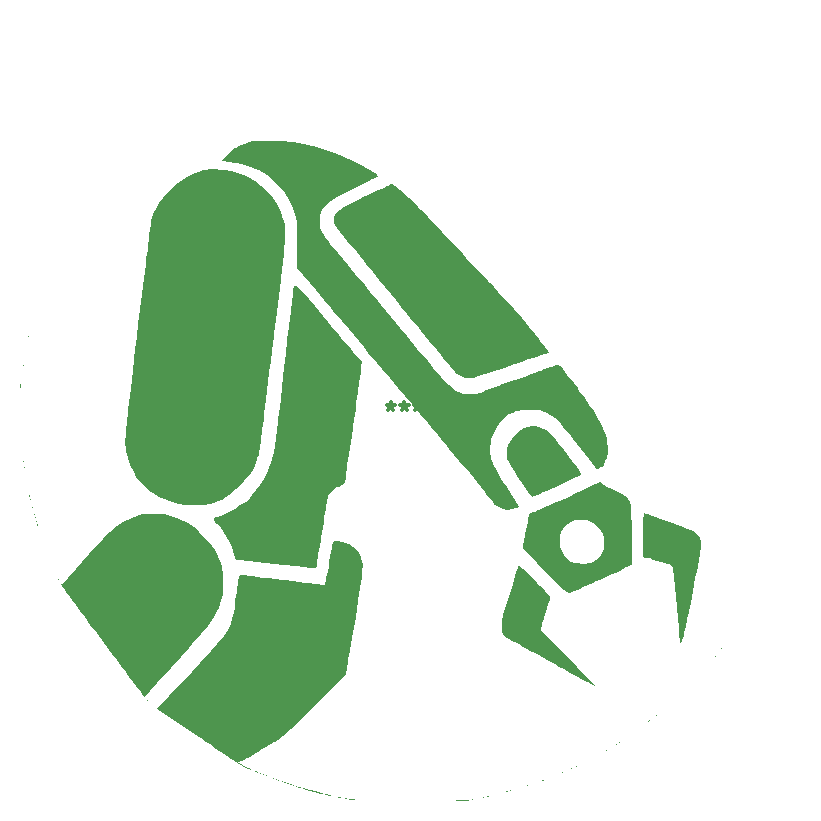
<source format=gbr>
%TF.GenerationSoftware,KiCad,Pcbnew,9.0.3*%
%TF.CreationDate,2025-12-24T22:58:55+05:30*%
%TF.ProjectId,snake_pcb_3,736e616b-655f-4706-9362-5f332e6b6963,rev?*%
%TF.SameCoordinates,Original*%
%TF.FileFunction,Legend,Bot*%
%TF.FilePolarity,Positive*%
%FSLAX46Y46*%
G04 Gerber Fmt 4.6, Leading zero omitted, Abs format (unit mm)*
G04 Created by KiCad (PCBNEW 9.0.3) date 2025-12-24 22:58:55*
%MOMM*%
%LPD*%
G01*
G04 APERTURE LIST*
%ADD10C,0.300000*%
%ADD11C,0.000000*%
G04 APERTURE END LIST*
D10*
X222411427Y-97164757D02*
X222554285Y-97093328D01*
X222554285Y-97093328D02*
X222768570Y-97093328D01*
X222768570Y-97093328D02*
X222982856Y-97164757D01*
X222982856Y-97164757D02*
X223125713Y-97307614D01*
X223125713Y-97307614D02*
X223197142Y-97450471D01*
X223197142Y-97450471D02*
X223268570Y-97736185D01*
X223268570Y-97736185D02*
X223268570Y-97950471D01*
X223268570Y-97950471D02*
X223197142Y-98236185D01*
X223197142Y-98236185D02*
X223125713Y-98379042D01*
X223125713Y-98379042D02*
X222982856Y-98521900D01*
X222982856Y-98521900D02*
X222768570Y-98593328D01*
X222768570Y-98593328D02*
X222625713Y-98593328D01*
X222625713Y-98593328D02*
X222411427Y-98521900D01*
X222411427Y-98521900D02*
X222339999Y-98450471D01*
X222339999Y-98450471D02*
X222339999Y-97950471D01*
X222339999Y-97950471D02*
X222625713Y-97950471D01*
X221482856Y-97093328D02*
X221482856Y-97450471D01*
X221839999Y-97307614D02*
X221482856Y-97450471D01*
X221482856Y-97450471D02*
X221125713Y-97307614D01*
X221697142Y-97736185D02*
X221482856Y-97450471D01*
X221482856Y-97450471D02*
X221268570Y-97736185D01*
X220339999Y-97093328D02*
X220339999Y-97450471D01*
X220697142Y-97307614D02*
X220339999Y-97450471D01*
X220339999Y-97450471D02*
X219982856Y-97307614D01*
X220554285Y-97736185D02*
X220339999Y-97450471D01*
X220339999Y-97450471D02*
X220125713Y-97736185D01*
X219197142Y-97093328D02*
X219197142Y-97450471D01*
X219554285Y-97307614D02*
X219197142Y-97450471D01*
X219197142Y-97450471D02*
X218839999Y-97307614D01*
X219411428Y-97736185D02*
X219197142Y-97450471D01*
X219197142Y-97450471D02*
X218982856Y-97736185D01*
D11*
%TO.C,G\u002A\u002A\u002A*%
G36*
X187963589Y-95115911D02*
G01*
X187940456Y-95139044D01*
X187917323Y-95115911D01*
X187940456Y-95092778D01*
X187963589Y-95115911D01*
G37*
G36*
X188194918Y-102610993D02*
G01*
X188171785Y-102634125D01*
X188148652Y-102610993D01*
X188171785Y-102587860D01*
X188194918Y-102610993D01*
G37*
G36*
X188241184Y-92987677D02*
G01*
X188218051Y-93010810D01*
X188194918Y-92987677D01*
X188218051Y-92964544D01*
X188241184Y-92987677D01*
G37*
G36*
X188379982Y-92154890D02*
G01*
X188356849Y-92178023D01*
X188333716Y-92154890D01*
X188356849Y-92131758D01*
X188379982Y-92154890D01*
G37*
G36*
X188518780Y-91507167D02*
G01*
X188495647Y-91530300D01*
X188472514Y-91507167D01*
X188495647Y-91484034D01*
X188518780Y-91507167D01*
G37*
G36*
X188565046Y-104692960D02*
G01*
X188541913Y-104716093D01*
X188518780Y-104692960D01*
X188541913Y-104669827D01*
X188565046Y-104692960D01*
G37*
G36*
X188796376Y-90350519D02*
G01*
X188773243Y-90373652D01*
X188750110Y-90350519D01*
X188773243Y-90327386D01*
X188796376Y-90350519D01*
G37*
G36*
X188842641Y-105757076D02*
G01*
X188819508Y-105780209D01*
X188796376Y-105757076D01*
X188819508Y-105733943D01*
X188842641Y-105757076D01*
G37*
G36*
X188888907Y-90026657D02*
G01*
X188865774Y-90049790D01*
X188842641Y-90026657D01*
X188865774Y-90003524D01*
X188888907Y-90026657D01*
G37*
G36*
X189027705Y-89471466D02*
G01*
X189004572Y-89494599D01*
X188981439Y-89471466D01*
X189004572Y-89448333D01*
X189027705Y-89471466D01*
G37*
G36*
X189444099Y-107931575D02*
G01*
X189420966Y-107954708D01*
X189397833Y-107931575D01*
X189420966Y-107908442D01*
X189444099Y-107931575D01*
G37*
G36*
X190878343Y-111632850D02*
G01*
X190855210Y-111655983D01*
X190832077Y-111632850D01*
X190855210Y-111609717D01*
X190878343Y-111632850D01*
G37*
G36*
X190970875Y-111864180D02*
G01*
X190947742Y-111887313D01*
X190924609Y-111864180D01*
X190947742Y-111841047D01*
X190970875Y-111864180D01*
G37*
G36*
X208551931Y-128658716D02*
G01*
X208528798Y-128681849D01*
X208505665Y-128658716D01*
X208528798Y-128635583D01*
X208551931Y-128658716D01*
G37*
G36*
X208783261Y-128751248D02*
G01*
X208760128Y-128774380D01*
X208736995Y-128751248D01*
X208760128Y-128728115D01*
X208783261Y-128751248D01*
G37*
G36*
X209014590Y-128843779D02*
G01*
X208991457Y-128866912D01*
X208968325Y-128843779D01*
X208991457Y-128820646D01*
X209014590Y-128843779D01*
G37*
G36*
X209384718Y-128982577D02*
G01*
X209361585Y-129005710D01*
X209338452Y-128982577D01*
X209361585Y-128959444D01*
X209384718Y-128982577D01*
G37*
G36*
X227613498Y-130416821D02*
G01*
X227590365Y-130439954D01*
X227567232Y-130416821D01*
X227590365Y-130393688D01*
X227613498Y-130416821D01*
G37*
G36*
X230296922Y-129676566D02*
G01*
X230273789Y-129699699D01*
X230250656Y-129676566D01*
X230273789Y-129653433D01*
X230296922Y-129676566D01*
G37*
G36*
X230435720Y-129630300D02*
G01*
X230412587Y-129653433D01*
X230389454Y-129630300D01*
X230412587Y-129607167D01*
X230435720Y-129630300D01*
G37*
G36*
X230898379Y-129491503D02*
G01*
X230875246Y-129514635D01*
X230852113Y-129491503D01*
X230875246Y-129468370D01*
X230898379Y-129491503D01*
G37*
G36*
X231499836Y-129306439D02*
G01*
X231476703Y-129329572D01*
X231453570Y-129306439D01*
X231476703Y-129283306D01*
X231499836Y-129306439D01*
G37*
G36*
X231916230Y-129167641D02*
G01*
X231893097Y-129190774D01*
X231869964Y-129167641D01*
X231893097Y-129144508D01*
X231916230Y-129167641D01*
G37*
G36*
X232332623Y-129028843D02*
G01*
X232309490Y-129051976D01*
X232286357Y-129028843D01*
X232309490Y-129005710D01*
X232332623Y-129028843D01*
G37*
G36*
X232795283Y-128843779D02*
G01*
X232772150Y-128866912D01*
X232749017Y-128843779D01*
X232772150Y-128820646D01*
X232795283Y-128843779D01*
G37*
G36*
X233026612Y-128751248D02*
G01*
X233003479Y-128774380D01*
X232980346Y-128751248D01*
X233003479Y-128728115D01*
X233026612Y-128751248D01*
G37*
G36*
X233119144Y-128704982D02*
G01*
X233096011Y-128728115D01*
X233072878Y-128704982D01*
X233096011Y-128681849D01*
X233119144Y-128704982D01*
G37*
G36*
X233350474Y-128612450D02*
G01*
X233327341Y-128635583D01*
X233304208Y-128612450D01*
X233327341Y-128589317D01*
X233350474Y-128612450D01*
G37*
G36*
X233766867Y-128427386D02*
G01*
X233743734Y-128450519D01*
X233720601Y-128427386D01*
X233743734Y-128404253D01*
X233766867Y-128427386D01*
G37*
G36*
X233998197Y-128334854D02*
G01*
X233975064Y-128357987D01*
X233951931Y-128334854D01*
X233975064Y-128311721D01*
X233998197Y-128334854D01*
G37*
G36*
X234090729Y-128288588D02*
G01*
X234067596Y-128311721D01*
X234044463Y-128288588D01*
X234067596Y-128265455D01*
X234090729Y-128288588D01*
G37*
G36*
X234507122Y-128103524D02*
G01*
X234483989Y-128126657D01*
X234460856Y-128103524D01*
X234483989Y-128080391D01*
X234507122Y-128103524D01*
G37*
G36*
X234645920Y-128057258D02*
G01*
X234622787Y-128080391D01*
X234599654Y-128057258D01*
X234622787Y-128034125D01*
X234645920Y-128057258D01*
G37*
G36*
X234830984Y-127964727D02*
G01*
X234807851Y-127987860D01*
X234784718Y-127964727D01*
X234807851Y-127941594D01*
X234830984Y-127964727D01*
G37*
G36*
X234923516Y-127918461D02*
G01*
X234900383Y-127941594D01*
X234877250Y-127918461D01*
X234900383Y-127895328D01*
X234923516Y-127918461D01*
G37*
G36*
X235154845Y-127825929D02*
G01*
X235131712Y-127849062D01*
X235108580Y-127825929D01*
X235131712Y-127802796D01*
X235154845Y-127825929D01*
G37*
G36*
X235247377Y-127779663D02*
G01*
X235224244Y-127802796D01*
X235201111Y-127779663D01*
X235224244Y-127756530D01*
X235247377Y-127779663D01*
G37*
G36*
X235432441Y-127687131D02*
G01*
X235409308Y-127710264D01*
X235386175Y-127687131D01*
X235409308Y-127663998D01*
X235432441Y-127687131D01*
G37*
G36*
X235524973Y-127640865D02*
G01*
X235501840Y-127663998D01*
X235478707Y-127640865D01*
X235501840Y-127617732D01*
X235524973Y-127640865D01*
G37*
G36*
X235710037Y-127548333D02*
G01*
X235686904Y-127571466D01*
X235663771Y-127548333D01*
X235686904Y-127525200D01*
X235710037Y-127548333D01*
G37*
G36*
X235802569Y-127502067D02*
G01*
X235779436Y-127525200D01*
X235756303Y-127502067D01*
X235779436Y-127478934D01*
X235802569Y-127502067D01*
G37*
G36*
X235987632Y-127409535D02*
G01*
X235964499Y-127432668D01*
X235941366Y-127409535D01*
X235964499Y-127386402D01*
X235987632Y-127409535D01*
G37*
G36*
X236265228Y-127270737D02*
G01*
X236242095Y-127293870D01*
X236218962Y-127270737D01*
X236242095Y-127247605D01*
X236265228Y-127270737D01*
G37*
G36*
X236404026Y-127178206D02*
G01*
X236380893Y-127201339D01*
X236357760Y-127178206D01*
X236380893Y-127155073D01*
X236404026Y-127178206D01*
G37*
G36*
X236496558Y-127131940D02*
G01*
X236473425Y-127155073D01*
X236450292Y-127131940D01*
X236473425Y-127108807D01*
X236496558Y-127131940D01*
G37*
G36*
X236681621Y-127039408D02*
G01*
X236658488Y-127062541D01*
X236635355Y-127039408D01*
X236658488Y-127016275D01*
X236681621Y-127039408D01*
G37*
G36*
X237144281Y-126761812D02*
G01*
X237121148Y-126784945D01*
X237098015Y-126761812D01*
X237121148Y-126738679D01*
X237144281Y-126761812D01*
G37*
G36*
X237236813Y-126715546D02*
G01*
X237213680Y-126738679D01*
X237190547Y-126715546D01*
X237213680Y-126692413D01*
X237236813Y-126715546D01*
G37*
G36*
X237329345Y-126669280D02*
G01*
X237306212Y-126692413D01*
X237283079Y-126669280D01*
X237306212Y-126646147D01*
X237329345Y-126669280D01*
G37*
G36*
X237468142Y-126576748D02*
G01*
X237445009Y-126599881D01*
X237421876Y-126576748D01*
X237445009Y-126553615D01*
X237468142Y-126576748D01*
G37*
G36*
X237560674Y-126530482D02*
G01*
X237537541Y-126553615D01*
X237514408Y-126530482D01*
X237537541Y-126507350D01*
X237560674Y-126530482D01*
G37*
G36*
X237838270Y-126345419D02*
G01*
X237815137Y-126368552D01*
X237792004Y-126345419D01*
X237815137Y-126322286D01*
X237838270Y-126345419D01*
G37*
G36*
X237930802Y-126299153D02*
G01*
X237907669Y-126322286D01*
X237884536Y-126299153D01*
X237907669Y-126276020D01*
X237930802Y-126299153D01*
G37*
G36*
X238300929Y-126067823D02*
G01*
X238277796Y-126090956D01*
X238254663Y-126067823D01*
X238277796Y-126044690D01*
X238300929Y-126067823D01*
G37*
G36*
X238994918Y-125605164D02*
G01*
X238971785Y-125628297D01*
X238948652Y-125605164D01*
X238971785Y-125582031D01*
X238994918Y-125605164D01*
G37*
G36*
X239457578Y-125281302D02*
G01*
X239434445Y-125304435D01*
X239411312Y-125281302D01*
X239434445Y-125258169D01*
X239457578Y-125281302D01*
G37*
G36*
X242557396Y-122875473D02*
G01*
X242534263Y-122898606D01*
X242511130Y-122875473D01*
X242534263Y-122852340D01*
X242557396Y-122875473D01*
G37*
G36*
X245796011Y-119636858D02*
G01*
X245772878Y-119659991D01*
X245749745Y-119636858D01*
X245772878Y-119613725D01*
X245796011Y-119636858D01*
G37*
G36*
X246119873Y-119266730D02*
G01*
X246096740Y-119289863D01*
X246073607Y-119266730D01*
X246096740Y-119243597D01*
X246119873Y-119266730D01*
G37*
G36*
X246860128Y-118387677D02*
G01*
X246836995Y-118410810D01*
X246813862Y-118387677D01*
X246836995Y-118364544D01*
X246860128Y-118387677D01*
G37*
G36*
X247230255Y-117925018D02*
G01*
X247207122Y-117948151D01*
X247183989Y-117925018D01*
X247207122Y-117901885D01*
X247230255Y-117925018D01*
G37*
G36*
X247646649Y-117369827D02*
G01*
X247623516Y-117392960D01*
X247600383Y-117369827D01*
X247623516Y-117346694D01*
X247646649Y-117369827D01*
G37*
G36*
X248386904Y-116259444D02*
G01*
X248363771Y-116282577D01*
X248340638Y-116259444D01*
X248363771Y-116236311D01*
X248386904Y-116259444D01*
G37*
G36*
X248710765Y-115750519D02*
G01*
X248687632Y-115773652D01*
X248664499Y-115750519D01*
X248687632Y-115727386D01*
X248710765Y-115750519D01*
G37*
G36*
X248849563Y-115519189D02*
G01*
X248826430Y-115542322D01*
X248803297Y-115519189D01*
X248826430Y-115496056D01*
X248849563Y-115519189D01*
G37*
G36*
X249127159Y-115056530D02*
G01*
X249104026Y-115079663D01*
X249080893Y-115056530D01*
X249104026Y-115033397D01*
X249127159Y-115056530D01*
G37*
G36*
X249589818Y-114270009D02*
G01*
X249566685Y-114293142D01*
X249543552Y-114270009D01*
X249566685Y-114246876D01*
X249589818Y-114270009D01*
G37*
G36*
X249774882Y-113946147D02*
G01*
X249751749Y-113969280D01*
X249728616Y-113946147D01*
X249751749Y-113923014D01*
X249774882Y-113946147D01*
G37*
G36*
X250098743Y-113344690D02*
G01*
X250075610Y-113367823D01*
X250052478Y-113344690D01*
X250075610Y-113321557D01*
X250098743Y-113344690D01*
G37*
G36*
X251116594Y-111262723D02*
G01*
X251093461Y-111285856D01*
X251070328Y-111262723D01*
X251093461Y-111239590D01*
X251116594Y-111262723D01*
G37*
G36*
X187817486Y-99580574D02*
G01*
X187811036Y-99644218D01*
X187794150Y-99638406D01*
X187788039Y-99617464D01*
X187794150Y-99522741D01*
X187810215Y-99514893D01*
X187817486Y-99580574D01*
G37*
G36*
X188056120Y-101616275D02*
G01*
X188052782Y-101640768D01*
X188025277Y-101647119D01*
X188019739Y-101640338D01*
X188025277Y-101585431D01*
X188039193Y-101578193D01*
X188056120Y-101616275D01*
G37*
G36*
X188098734Y-93955407D02*
G01*
X188095463Y-94002332D01*
X188074434Y-94016131D01*
X188065266Y-93999762D01*
X188070782Y-93927454D01*
X188087435Y-93906039D01*
X188098734Y-93955407D01*
G37*
G36*
X188237532Y-102977265D02*
G01*
X188234260Y-103024190D01*
X188213232Y-103037989D01*
X188204064Y-103021620D01*
X188209579Y-102949312D01*
X188226233Y-102927897D01*
X188237532Y-102977265D01*
G37*
G36*
X188287450Y-103235583D02*
G01*
X188284111Y-103260076D01*
X188256606Y-103266427D01*
X188251069Y-103259646D01*
X188256606Y-103204739D01*
X188270522Y-103197501D01*
X188287450Y-103235583D01*
G37*
G36*
X188326411Y-103605710D02*
G01*
X188319962Y-103669355D01*
X188303075Y-103663543D01*
X188296964Y-103642600D01*
X188303075Y-103547878D01*
X188319140Y-103540030D01*
X188326411Y-103605710D01*
G37*
G36*
X188379982Y-103790774D02*
G01*
X188376643Y-103815267D01*
X188349138Y-103821618D01*
X188343601Y-103814837D01*
X188349138Y-103759930D01*
X188363054Y-103752692D01*
X188379982Y-103790774D01*
G37*
G36*
X188422595Y-104087647D02*
G01*
X188419324Y-104134573D01*
X188398296Y-104148371D01*
X188389128Y-104132003D01*
X188394643Y-104059695D01*
X188411296Y-104038280D01*
X188422595Y-104087647D01*
G37*
G36*
X188703844Y-105317550D02*
G01*
X188700505Y-105342043D01*
X188673000Y-105348394D01*
X188667463Y-105341613D01*
X188673000Y-105286706D01*
X188686916Y-105279468D01*
X188703844Y-105317550D01*
G37*
G36*
X188750110Y-90512450D02*
G01*
X188746771Y-90536943D01*
X188719266Y-90543294D01*
X188713728Y-90536513D01*
X188719266Y-90481606D01*
X188733182Y-90474368D01*
X188750110Y-90512450D01*
G37*
G36*
X188981439Y-106289135D02*
G01*
X188978100Y-106313628D01*
X188950595Y-106319979D01*
X188945058Y-106313197D01*
X188950595Y-106258291D01*
X188964511Y-106251052D01*
X188981439Y-106289135D01*
G37*
G36*
X189120237Y-106844326D02*
G01*
X189116898Y-106868819D01*
X189089393Y-106875170D01*
X189083856Y-106868389D01*
X189089393Y-106813482D01*
X189103309Y-106806244D01*
X189120237Y-106844326D01*
G37*
G36*
X189162850Y-107002401D02*
G01*
X189159579Y-107049327D01*
X189138551Y-107063125D01*
X189129383Y-107046757D01*
X189134898Y-106974449D01*
X189151551Y-106953034D01*
X189162850Y-107002401D01*
G37*
G36*
X189212769Y-107168187D02*
G01*
X189209430Y-107192680D01*
X189181925Y-107199031D01*
X189176388Y-107192250D01*
X189181925Y-107137343D01*
X189195841Y-107130105D01*
X189212769Y-107168187D01*
G37*
G36*
X189351567Y-107677113D02*
G01*
X189348228Y-107701606D01*
X189320723Y-107707957D01*
X189315186Y-107701176D01*
X189320723Y-107646269D01*
X189334639Y-107639031D01*
X189351567Y-107677113D01*
G37*
G36*
X189397833Y-107815911D02*
G01*
X189394494Y-107840404D01*
X189366989Y-107846754D01*
X189361452Y-107839973D01*
X189366989Y-107785067D01*
X189380905Y-107777828D01*
X189397833Y-107815911D01*
G37*
G36*
X208443977Y-128604739D02*
G01*
X208451215Y-128618655D01*
X208413133Y-128635583D01*
X208388640Y-128632244D01*
X208382289Y-128604739D01*
X208389070Y-128599202D01*
X208443977Y-128604739D01*
G37*
G36*
X208675307Y-128697271D02*
G01*
X208682545Y-128711187D01*
X208644463Y-128728115D01*
X208619970Y-128724776D01*
X208613619Y-128697271D01*
X208620400Y-128691733D01*
X208675307Y-128697271D01*
G37*
G36*
X208906637Y-128789802D02*
G01*
X208913875Y-128803718D01*
X208875793Y-128820646D01*
X208851300Y-128817308D01*
X208844949Y-128789802D01*
X208851730Y-128784265D01*
X208906637Y-128789802D01*
G37*
G36*
X209137966Y-128882334D02*
G01*
X209145204Y-128896250D01*
X209107122Y-128913178D01*
X209082629Y-128909839D01*
X209076278Y-128882334D01*
X209083059Y-128876797D01*
X209137966Y-128882334D01*
G37*
G36*
X209276764Y-128928600D02*
G01*
X209284002Y-128942516D01*
X209245920Y-128959444D01*
X209221427Y-128956105D01*
X209215076Y-128928600D01*
X209221857Y-128923063D01*
X209276764Y-128928600D01*
G37*
G36*
X209508094Y-129021132D02*
G01*
X209515332Y-129035048D01*
X209477250Y-129051976D01*
X209452757Y-129048637D01*
X209446406Y-129021132D01*
X209453187Y-129015595D01*
X209508094Y-129021132D01*
G37*
G36*
X227227948Y-130501642D02*
G01*
X227235186Y-130515558D01*
X227197104Y-130532486D01*
X227172611Y-130529147D01*
X227166260Y-130501642D01*
X227173041Y-130496105D01*
X227227948Y-130501642D01*
G37*
G36*
X227437109Y-130454615D02*
G01*
X227458524Y-130471269D01*
X227409156Y-130482568D01*
X227362231Y-130479296D01*
X227348432Y-130458268D01*
X227364801Y-130449100D01*
X227437109Y-130454615D01*
G37*
G36*
X228041457Y-130316781D02*
G01*
X228049306Y-130332846D01*
X227983625Y-130340117D01*
X227919981Y-130333668D01*
X227925793Y-130316781D01*
X227946735Y-130310671D01*
X228041457Y-130316781D01*
G37*
G36*
X228547491Y-130177020D02*
G01*
X228568906Y-130193673D01*
X228519539Y-130204972D01*
X228472613Y-130201701D01*
X228458815Y-130180672D01*
X228475183Y-130171504D01*
X228547491Y-130177020D01*
G37*
G36*
X229380278Y-129945690D02*
G01*
X229401693Y-129962343D01*
X229352326Y-129973642D01*
X229305400Y-129970371D01*
X229291602Y-129949343D01*
X229307970Y-129940174D01*
X229380278Y-129945690D01*
G37*
G36*
X229541245Y-129900185D02*
G01*
X229548483Y-129914101D01*
X229510401Y-129931029D01*
X229485908Y-129927690D01*
X229479557Y-129900185D01*
X229486338Y-129894648D01*
X229541245Y-129900185D01*
G37*
G36*
X229865107Y-129807653D02*
G01*
X229872345Y-129821569D01*
X229834263Y-129838497D01*
X229809770Y-129835158D01*
X229803419Y-129807653D01*
X229810200Y-129802116D01*
X229865107Y-129807653D01*
G37*
G36*
X230003904Y-129761387D02*
G01*
X230011142Y-129775303D01*
X229973060Y-129792231D01*
X229948567Y-129788892D01*
X229942216Y-129761387D01*
X229948997Y-129755850D01*
X230003904Y-129761387D01*
G37*
G36*
X230142702Y-129715121D02*
G01*
X230149940Y-129729037D01*
X230111858Y-129745965D01*
X230087365Y-129742626D01*
X230081014Y-129715121D01*
X230087795Y-129709584D01*
X230142702Y-129715121D01*
G37*
G36*
X230790425Y-129530057D02*
G01*
X230797663Y-129543973D01*
X230759581Y-129560901D01*
X230735088Y-129557563D01*
X230728737Y-129530057D01*
X230735518Y-129524520D01*
X230790425Y-129530057D01*
G37*
G36*
X232455999Y-128974866D02*
G01*
X232463237Y-128988782D01*
X232425155Y-129005710D01*
X232400662Y-129002371D01*
X232394311Y-128974866D01*
X232401092Y-128969329D01*
X232455999Y-128974866D01*
G37*
G36*
X232687329Y-128882334D02*
G01*
X232694567Y-128896250D01*
X232656485Y-128913178D01*
X232631992Y-128909839D01*
X232625641Y-128882334D01*
X232632422Y-128876797D01*
X232687329Y-128882334D01*
G37*
G36*
X232918658Y-128789802D02*
G01*
X232925897Y-128803718D01*
X232887814Y-128820646D01*
X232863321Y-128817308D01*
X232856971Y-128789802D01*
X232863752Y-128784265D01*
X232918658Y-128789802D01*
G37*
G36*
X242264378Y-123145358D02*
G01*
X242271616Y-123159274D01*
X242233534Y-123176202D01*
X242209041Y-123172863D01*
X242202690Y-123145358D01*
X242209471Y-123139821D01*
X242264378Y-123145358D01*
G37*
G36*
X253938816Y-99765637D02*
G01*
X253935477Y-99790130D01*
X253907972Y-99796481D01*
X253902435Y-99789700D01*
X253907972Y-99734793D01*
X253921888Y-99727555D01*
X253938816Y-99765637D01*
G37*
G36*
X231335239Y-129380152D02*
G01*
X231319583Y-129396694D01*
X231242643Y-129422104D01*
X231189417Y-129416173D01*
X231188390Y-129393178D01*
X231268570Y-129362415D01*
X231320435Y-129356508D01*
X231335239Y-129380152D01*
G37*
G36*
X231751632Y-129241355D02*
G01*
X231735976Y-129257896D01*
X231659037Y-129283306D01*
X231605810Y-129277375D01*
X231604783Y-129254380D01*
X231684964Y-129223618D01*
X231736829Y-129217710D01*
X231751632Y-129241355D01*
G37*
G36*
X232168026Y-129102557D02*
G01*
X232152370Y-129119099D01*
X232075430Y-129144508D01*
X232022204Y-129138577D01*
X232021176Y-129115582D01*
X232101357Y-129084820D01*
X232153222Y-129078913D01*
X232168026Y-129102557D01*
G37*
G36*
X238559810Y-125898744D02*
G01*
X238545528Y-125919297D01*
X238506395Y-125952158D01*
X238499928Y-125951708D01*
X238489739Y-125924926D01*
X238539407Y-125878341D01*
X238565263Y-125867084D01*
X238559810Y-125898744D01*
G37*
G36*
X239901522Y-124973425D02*
G01*
X239887240Y-124993978D01*
X239848108Y-125026839D01*
X239841640Y-125026389D01*
X239831451Y-124999607D01*
X239881120Y-124953023D01*
X239906975Y-124941766D01*
X239901522Y-124973425D01*
G37*
G36*
X240456713Y-124557032D02*
G01*
X240450567Y-124566450D01*
X240404853Y-124609059D01*
X240382896Y-124590044D01*
X240387032Y-124579637D01*
X240436311Y-124536629D01*
X240462166Y-124525372D01*
X240456713Y-124557032D01*
G37*
G36*
X241011882Y-124136220D02*
G01*
X240979166Y-124173833D01*
X240913000Y-124236012D01*
X240891822Y-124224356D01*
X240921784Y-124187810D01*
X240995920Y-124120258D01*
X241100018Y-124032122D01*
X241011882Y-124136220D01*
G37*
G36*
X242446149Y-122983990D02*
G01*
X242431867Y-123004542D01*
X242392734Y-123037404D01*
X242386266Y-123036954D01*
X242376078Y-123010172D01*
X242425746Y-122963587D01*
X242451602Y-122952330D01*
X242446149Y-122983990D01*
G37*
G36*
X245962360Y-119467778D02*
G01*
X245956213Y-119477197D01*
X245910500Y-119519806D01*
X245888543Y-119500790D01*
X245892679Y-119490384D01*
X245941957Y-119447376D01*
X245967813Y-119436119D01*
X245962360Y-119467778D01*
G37*
G36*
X246702593Y-118584308D02*
G01*
X246669876Y-118621920D01*
X246603710Y-118684099D01*
X246582532Y-118672444D01*
X246612494Y-118635898D01*
X246686631Y-118568345D01*
X246790729Y-118480209D01*
X246702593Y-118584308D01*
G37*
G36*
X187792983Y-99866272D02*
G01*
X187841522Y-99927568D01*
X187852596Y-99961943D01*
X187852137Y-99996967D01*
X187833272Y-99985026D01*
X187778525Y-99927568D01*
X187752586Y-99885678D01*
X187767910Y-99858169D01*
X187792983Y-99866272D01*
G37*
G36*
X187808058Y-98032109D02*
G01*
X187810927Y-98146329D01*
X187808715Y-98249719D01*
X187801739Y-98302264D01*
X187791653Y-98273561D01*
X187783908Y-98168542D01*
X187791653Y-98019098D01*
X187800589Y-97989300D01*
X187808058Y-98032109D01*
G37*
G36*
X187808568Y-98635056D02*
G01*
X187813123Y-98724654D01*
X187812526Y-98773666D01*
X187805508Y-98840107D01*
X187793002Y-98829291D01*
X187784620Y-98764780D01*
X187792069Y-98644228D01*
X187798119Y-98621462D01*
X187808568Y-98635056D01*
G37*
G36*
X187815771Y-99187313D02*
G01*
X187815835Y-99198270D01*
X187809632Y-99270697D01*
X187794443Y-99269159D01*
X187785956Y-99231143D01*
X187792729Y-99130361D01*
X187795018Y-99122406D01*
X187809100Y-99115557D01*
X187815771Y-99187313D01*
G37*
G36*
X187948031Y-100930645D02*
G01*
X187952855Y-101014818D01*
X187952407Y-101046208D01*
X187945106Y-101110182D01*
X187931696Y-101095783D01*
X187924501Y-101051193D01*
X187931696Y-100933852D01*
X187936022Y-100920725D01*
X187948031Y-100930645D01*
G37*
G36*
X187994297Y-101300773D02*
G01*
X187999121Y-101384945D01*
X187998673Y-101416336D01*
X187991372Y-101480310D01*
X187977962Y-101465911D01*
X187970767Y-101421321D01*
X187977962Y-101303980D01*
X187982288Y-101290853D01*
X187994297Y-101300773D01*
G37*
G36*
X188086829Y-101948496D02*
G01*
X188091653Y-102032668D01*
X188091205Y-102064059D01*
X188083904Y-102128033D01*
X188070494Y-102113634D01*
X188063299Y-102069044D01*
X188070494Y-101951703D01*
X188074819Y-101938576D01*
X188086829Y-101948496D01*
G37*
G36*
X188139633Y-102379663D02*
G01*
X188139696Y-102390619D01*
X188133493Y-102463047D01*
X188118305Y-102461509D01*
X188109817Y-102423492D01*
X188116591Y-102322711D01*
X188118880Y-102314756D01*
X188132961Y-102307906D01*
X188139633Y-102379663D01*
G37*
G36*
X188758229Y-105517688D02*
G01*
X188758963Y-105521327D01*
X188766308Y-105603775D01*
X188740026Y-105603568D01*
X188719204Y-105567145D01*
X188713369Y-105472829D01*
X188719385Y-105449195D01*
X188736708Y-105439669D01*
X188758229Y-105517688D01*
G37*
G36*
X189259035Y-107399517D02*
G01*
X189279494Y-107439549D01*
X189301341Y-107538315D01*
X189290589Y-107567327D01*
X189259035Y-107515182D01*
X189245893Y-107482978D01*
X189219959Y-107396817D01*
X189224340Y-107363180D01*
X189259035Y-107399517D01*
G37*
G36*
X208189992Y-128503901D02*
G01*
X208274335Y-128543051D01*
X208305744Y-128568808D01*
X208297468Y-128587900D01*
X208266147Y-128582200D01*
X208181804Y-128543051D01*
X208150395Y-128517293D01*
X208158671Y-128498202D01*
X208189992Y-128503901D01*
G37*
G36*
X226215591Y-130682855D02*
G01*
X226179253Y-130717550D01*
X226139222Y-130738009D01*
X226040456Y-130759856D01*
X226011444Y-130749104D01*
X226063589Y-130717550D01*
X226095792Y-130704408D01*
X226181953Y-130678474D01*
X226215591Y-130682855D01*
G37*
G36*
X241684244Y-123604162D02*
G01*
X241669821Y-123622075D01*
X241608316Y-123681508D01*
X241585811Y-123667659D01*
X241602700Y-123643767D01*
X241666776Y-123586694D01*
X241700299Y-123560849D01*
X241724257Y-123549360D01*
X241684244Y-123604162D01*
G37*
G36*
X188472514Y-104345965D02*
G01*
X188496168Y-104434492D01*
X188510916Y-104531029D01*
X188502526Y-104557329D01*
X188472514Y-104507896D01*
X188451561Y-104444355D01*
X188434112Y-104322832D01*
X188435391Y-104290726D01*
X188445965Y-104275464D01*
X188472514Y-104345965D01*
G37*
G36*
X188875118Y-105961093D02*
G01*
X188906937Y-106080938D01*
X188915638Y-106122765D01*
X188918616Y-106176453D01*
X188891021Y-106150337D01*
X188868181Y-106105542D01*
X188843350Y-105992261D01*
X188843485Y-105972076D01*
X188852998Y-105923453D01*
X188875118Y-105961093D01*
G37*
G36*
X189027705Y-106520464D02*
G01*
X189051359Y-106608991D01*
X189066108Y-106705528D01*
X189057717Y-106731828D01*
X189027705Y-106682395D01*
X189006752Y-106618854D01*
X188989303Y-106497331D01*
X188990583Y-106465225D01*
X189001156Y-106449963D01*
X189027705Y-106520464D01*
G37*
G36*
X221702195Y-64708792D02*
G01*
X221703302Y-64708930D01*
X221740260Y-64718362D01*
X221694524Y-64725205D01*
X221575793Y-64727986D01*
X221454093Y-64725636D01*
X221399044Y-64718905D01*
X221424600Y-64709264D01*
X221551315Y-64701236D01*
X221702195Y-64708792D01*
G37*
G36*
X229071321Y-130041255D02*
G01*
X229024609Y-130069827D01*
X228961068Y-130090780D01*
X228839545Y-130108229D01*
X228807438Y-130106949D01*
X228792176Y-130096376D01*
X228862678Y-130069827D01*
X228970172Y-130041554D01*
X229046758Y-130031831D01*
X229071321Y-130041255D01*
G37*
G36*
X188586321Y-104867137D02*
G01*
X188605628Y-104942099D01*
X188627216Y-105063087D01*
X188636942Y-105135855D01*
X188636169Y-105188464D01*
X188613472Y-105155619D01*
X188603668Y-105130172D01*
X188581259Y-105039219D01*
X188567913Y-104942206D01*
X188567038Y-104871319D01*
X188582041Y-104858746D01*
X188586321Y-104867137D01*
G37*
G36*
X227045283Y-130558619D02*
G01*
X227012040Y-130577201D01*
X226926684Y-130597316D01*
X226810866Y-130613509D01*
X226698083Y-130622186D01*
X226617806Y-130621138D01*
X226599502Y-130608153D01*
X226629159Y-130599070D01*
X226729852Y-130582266D01*
X226873243Y-130564947D01*
X226989515Y-130555398D01*
X227045283Y-130558619D01*
G37*
G36*
X187840788Y-95587708D02*
G01*
X187842426Y-95654630D01*
X187837216Y-95785665D01*
X187826253Y-95994963D01*
X187804088Y-96411357D01*
X187779740Y-96041229D01*
X187777154Y-95997133D01*
X187773262Y-95821049D01*
X187780122Y-95683848D01*
X187796684Y-95612151D01*
X187812598Y-95589599D01*
X187831209Y-95570748D01*
X187840788Y-95587708D01*
G37*
G36*
X198441623Y-122121552D02*
G01*
X198509269Y-122179968D01*
X198604754Y-122274016D01*
X198658847Y-122331381D01*
X198723311Y-122406527D01*
X198738571Y-122435947D01*
X198721620Y-122426480D01*
X198653974Y-122368064D01*
X198558488Y-122274016D01*
X198504396Y-122216651D01*
X198439931Y-122141506D01*
X198424672Y-122112085D01*
X198441623Y-122121552D01*
G37*
G36*
X214774700Y-130516180D02*
G01*
X214857451Y-130527212D01*
X214972082Y-130546541D01*
X215025307Y-130561547D01*
X215025662Y-130561872D01*
X215008203Y-130576121D01*
X214930213Y-130577629D01*
X214821977Y-130568838D01*
X214713779Y-130552191D01*
X214635902Y-130530133D01*
X214609185Y-130512810D01*
X214647103Y-130504810D01*
X214774700Y-130516180D01*
G37*
G36*
X187802901Y-96766937D02*
G01*
X187805303Y-96914277D01*
X187806169Y-97128479D01*
X187805578Y-97309222D01*
X187803428Y-97468965D01*
X187799985Y-97556327D01*
X187795544Y-97564591D01*
X187790401Y-97487040D01*
X187784940Y-97282649D01*
X187784481Y-97012449D01*
X187790401Y-96769918D01*
X187794671Y-96699708D01*
X187799258Y-96693175D01*
X187802901Y-96766937D01*
G37*
G36*
X220916503Y-64707901D02*
G01*
X220996954Y-64712720D01*
X220994420Y-64717032D01*
X220912211Y-64720441D01*
X220756838Y-64722682D01*
X220534809Y-64723488D01*
X220317554Y-64722721D01*
X220160432Y-64720513D01*
X220076311Y-64717130D01*
X220071703Y-64712837D01*
X220153115Y-64707901D01*
X220387874Y-64702294D01*
X220667017Y-64702135D01*
X220916503Y-64707901D01*
G37*
G36*
X217029990Y-130845459D02*
G01*
X217170717Y-130853631D01*
X217290399Y-130865232D01*
X217365592Y-130879527D01*
X217365903Y-130879635D01*
X217347200Y-130887590D01*
X217255761Y-130893363D01*
X217111130Y-130895709D01*
X216962542Y-130891738D01*
X216811615Y-130878519D01*
X216717869Y-130859180D01*
X216715971Y-130848890D01*
X216779174Y-130842353D01*
X216891662Y-130841455D01*
X217029990Y-130845459D01*
G37*
G36*
X225631555Y-130776174D02*
G01*
X225754478Y-130782479D01*
X225819415Y-130792312D01*
X225809126Y-130805682D01*
X225799404Y-130807990D01*
X225696606Y-130819957D01*
X225526399Y-130829823D01*
X225310061Y-130836619D01*
X225068871Y-130839376D01*
X224905132Y-130839093D01*
X224720012Y-130836123D01*
X224622176Y-130829825D01*
X224608437Y-130819932D01*
X224675610Y-130806175D01*
X224750510Y-130797320D01*
X224904780Y-130786094D01*
X225087259Y-130778358D01*
X225280707Y-130774121D01*
X225467885Y-130773391D01*
X225631555Y-130776174D01*
G37*
G36*
X215139423Y-130584699D02*
G01*
X215239699Y-130596880D01*
X215405681Y-130620617D01*
X215619166Y-130653242D01*
X215861949Y-130692089D01*
X216081126Y-130728870D01*
X216282734Y-130765703D01*
X216395359Y-130790659D01*
X216418504Y-130803318D01*
X216351670Y-130803258D01*
X216194361Y-130790058D01*
X215946080Y-130763298D01*
X215920673Y-130760290D01*
X215751407Y-130736402D01*
X215572494Y-130705960D01*
X215400745Y-130672626D01*
X215252977Y-130640066D01*
X215146003Y-130611942D01*
X215096638Y-130591919D01*
X215121694Y-130583661D01*
X215139423Y-130584699D01*
G37*
G36*
X209604849Y-129067954D02*
G01*
X209670496Y-129087241D01*
X209791033Y-129126323D01*
X209977426Y-129188353D01*
X210240638Y-129276487D01*
X210467079Y-129350984D01*
X210895590Y-129486674D01*
X211366921Y-129630564D01*
X211859328Y-129776346D01*
X212351063Y-129917713D01*
X212820382Y-130048357D01*
X213245538Y-130161972D01*
X213604784Y-130252250D01*
X213784420Y-130295397D01*
X214025714Y-130353592D01*
X214228701Y-130402825D01*
X214376153Y-130438913D01*
X214450838Y-130457673D01*
X214468324Y-130465650D01*
X214423674Y-130467325D01*
X214312040Y-130458042D01*
X214246218Y-130450286D01*
X214066578Y-130422936D01*
X213918780Y-130392771D01*
X213882942Y-130383840D01*
X213738282Y-130348687D01*
X213546931Y-130302962D01*
X213340456Y-130254228D01*
X213266103Y-130236353D01*
X212984923Y-130163364D01*
X212668940Y-130075022D01*
X212349367Y-129980485D01*
X212057419Y-129888908D01*
X211824310Y-129809451D01*
X211796173Y-129799591D01*
X211662346Y-129761424D01*
X211563607Y-129745965D01*
X211540176Y-129742701D01*
X211433751Y-129715539D01*
X211264449Y-129665430D01*
X211048848Y-129597907D01*
X210803529Y-129518504D01*
X210545069Y-129432754D01*
X210290047Y-129346192D01*
X210055043Y-129264353D01*
X209856635Y-129192769D01*
X209711402Y-129136975D01*
X209635922Y-129102505D01*
X209627601Y-129097310D01*
X209594366Y-129076143D01*
X209583127Y-129065306D01*
X209604849Y-129067954D01*
G37*
G36*
X231516374Y-99140866D02*
G01*
X231915938Y-99241350D01*
X232296767Y-99425365D01*
X232648319Y-99691690D01*
X232695869Y-99739257D01*
X232811395Y-99867946D01*
X232965481Y-100049893D01*
X233151229Y-100276142D01*
X233361746Y-100537738D01*
X233590134Y-100825727D01*
X233829499Y-101131152D01*
X234072944Y-101445059D01*
X234313574Y-101758494D01*
X234544492Y-102062500D01*
X234758804Y-102348124D01*
X234949613Y-102606409D01*
X235110024Y-102828401D01*
X235233141Y-103005145D01*
X235312068Y-103127686D01*
X235339909Y-103187069D01*
X235330324Y-103203253D01*
X235256746Y-103258432D01*
X235126392Y-103333461D01*
X234958215Y-103416925D01*
X234856369Y-103464175D01*
X234215300Y-103761214D01*
X233652546Y-104021218D01*
X233163415Y-104246293D01*
X232743216Y-104438543D01*
X232387259Y-104600076D01*
X232090853Y-104732996D01*
X231849307Y-104839410D01*
X231657930Y-104921424D01*
X231512032Y-104981142D01*
X231406920Y-105020672D01*
X231337906Y-105042118D01*
X231222756Y-105067116D01*
X231125282Y-105081484D01*
X231107806Y-105071845D01*
X231040470Y-104999025D01*
X230934581Y-104863479D01*
X230797044Y-104675564D01*
X230634765Y-104445636D01*
X230454651Y-104184052D01*
X230263606Y-103901169D01*
X230068537Y-103607345D01*
X229876349Y-103312935D01*
X229693949Y-103028297D01*
X229528242Y-102763787D01*
X229386135Y-102529763D01*
X229274532Y-102336581D01*
X229200340Y-102194599D01*
X229190370Y-102173399D01*
X229113231Y-102002481D01*
X229065117Y-101868131D01*
X229039362Y-101738081D01*
X229029297Y-101580064D01*
X229028255Y-101361812D01*
X229028694Y-101287010D01*
X229033053Y-101094391D01*
X229047673Y-100952957D01*
X229080049Y-100831124D01*
X229137676Y-100697307D01*
X229228049Y-100519922D01*
X229240396Y-100496510D01*
X229443434Y-100169262D01*
X229686277Y-99863718D01*
X229948738Y-99602702D01*
X230210629Y-99409035D01*
X230310676Y-99352828D01*
X230703203Y-99195383D01*
X231108615Y-99125137D01*
X231516374Y-99140866D01*
G37*
G36*
X240688827Y-106508993D02*
G01*
X240813083Y-106532794D01*
X240830659Y-106537634D01*
X240940359Y-106573345D01*
X241121272Y-106636255D01*
X241362100Y-106722166D01*
X241651542Y-106826879D01*
X241978301Y-106946196D01*
X242331076Y-107075918D01*
X242698568Y-107211847D01*
X243069478Y-107349783D01*
X243432507Y-107485529D01*
X243776356Y-107614886D01*
X244089725Y-107733654D01*
X244361315Y-107837636D01*
X244579827Y-107922633D01*
X244733961Y-107984447D01*
X244812419Y-108018878D01*
X244929826Y-108096904D01*
X245101174Y-108255382D01*
X245253999Y-108441164D01*
X245357437Y-108620199D01*
X245382819Y-108684238D01*
X245422607Y-108808583D01*
X245448625Y-108940276D01*
X245460070Y-109089685D01*
X245456138Y-109267180D01*
X245436025Y-109483131D01*
X245398927Y-109747905D01*
X245344040Y-110071872D01*
X245270561Y-110465401D01*
X245177686Y-110938861D01*
X245159849Y-111028697D01*
X245068974Y-111490908D01*
X244968048Y-112010463D01*
X244862383Y-112559661D01*
X244757289Y-113110798D01*
X244658080Y-113636172D01*
X244570064Y-114108078D01*
X244508667Y-114436646D01*
X244436211Y-114816254D01*
X244367343Y-115168697D01*
X244304635Y-115481197D01*
X244250657Y-115740975D01*
X244207981Y-115935251D01*
X244179176Y-116051248D01*
X244149883Y-116155612D01*
X244092389Y-116370225D01*
X244028591Y-116617059D01*
X243967687Y-116860901D01*
X243921556Y-117041129D01*
X243869512Y-117225498D01*
X243825599Y-117361273D01*
X243796110Y-117427659D01*
X243789274Y-117435978D01*
X243754228Y-117473483D01*
X243725581Y-117486921D01*
X243701827Y-117467755D01*
X243681460Y-117407450D01*
X243662972Y-117297468D01*
X243644858Y-117129273D01*
X243625610Y-116894329D01*
X243603723Y-116584098D01*
X243577688Y-116190045D01*
X243561226Y-115952010D01*
X243531811Y-115570010D01*
X243496737Y-115152633D01*
X243457057Y-114709692D01*
X243413821Y-114251001D01*
X243368079Y-113786370D01*
X243320884Y-113325613D01*
X243273286Y-112878542D01*
X243226337Y-112454969D01*
X243181086Y-112064707D01*
X243138586Y-111717567D01*
X243099887Y-111423363D01*
X243066040Y-111191907D01*
X243038097Y-111033011D01*
X243017108Y-110956488D01*
X243014028Y-110951528D01*
X242938226Y-110894775D01*
X242791582Y-110827990D01*
X242591940Y-110759444D01*
X242389646Y-110698807D01*
X242089633Y-110610132D01*
X241754605Y-110512089D01*
X241414016Y-110413254D01*
X241097326Y-110322207D01*
X240833989Y-110247524D01*
X240567960Y-110172889D01*
X240567960Y-108354387D01*
X240568008Y-108242471D01*
X240568962Y-107848293D01*
X240571033Y-107486261D01*
X240574085Y-107166437D01*
X240577978Y-106898888D01*
X240582573Y-106693677D01*
X240587733Y-106560868D01*
X240593320Y-106510527D01*
X240606695Y-106505564D01*
X240688827Y-106508993D01*
G37*
G36*
X230064553Y-110873254D02*
G01*
X230128137Y-110925929D01*
X230244436Y-111033874D01*
X230404985Y-111188497D01*
X230601324Y-111381202D01*
X230824988Y-111603398D01*
X231067516Y-111846489D01*
X231320444Y-112101883D01*
X231575309Y-112360986D01*
X231823650Y-112615204D01*
X232057003Y-112855943D01*
X232266905Y-113074611D01*
X232444893Y-113262612D01*
X232582505Y-113411354D01*
X232671279Y-113512243D01*
X232702751Y-113556686D01*
X232701144Y-113570047D01*
X232678194Y-113662160D01*
X232632262Y-113817930D01*
X232568773Y-114019448D01*
X232493152Y-114248802D01*
X232491479Y-114253775D01*
X232401326Y-114530474D01*
X232310399Y-114824163D01*
X232229203Y-115100088D01*
X232168247Y-115323494D01*
X232141268Y-115426283D01*
X232077368Y-115652561D01*
X232013951Y-115857851D01*
X231961452Y-116007629D01*
X231928052Y-116097733D01*
X231886285Y-116231711D01*
X231869964Y-116317070D01*
X231894494Y-116352733D01*
X231979612Y-116450058D01*
X232120667Y-116602598D01*
X232312488Y-116805007D01*
X232549908Y-117051942D01*
X232827756Y-117338058D01*
X233140865Y-117658011D01*
X233484064Y-118006457D01*
X233852186Y-118378052D01*
X234240060Y-118767452D01*
X234588903Y-119117104D01*
X234957084Y-119486994D01*
X235300205Y-119832599D01*
X235613213Y-120148783D01*
X235891053Y-120430412D01*
X236128671Y-120672350D01*
X236321011Y-120869464D01*
X236463021Y-121016616D01*
X236549645Y-121108674D01*
X236575829Y-121140501D01*
X236571791Y-121140074D01*
X236499123Y-121112899D01*
X236357636Y-121047359D01*
X236158047Y-120949014D01*
X235911074Y-120823420D01*
X235627436Y-120676138D01*
X235317850Y-120512725D01*
X234993034Y-120338740D01*
X234663706Y-120159740D01*
X234340585Y-119981285D01*
X234128817Y-119863684D01*
X233820140Y-119693074D01*
X233455061Y-119491928D01*
X233046906Y-119267563D01*
X232609002Y-119027298D01*
X232154678Y-118778450D01*
X231697260Y-118528338D01*
X231250076Y-118284280D01*
X231146609Y-118227853D01*
X230740634Y-118006119D01*
X230356824Y-117795981D01*
X230003626Y-117602098D01*
X229689488Y-117429126D01*
X229422855Y-117281723D01*
X229212176Y-117164546D01*
X229065897Y-117082252D01*
X228992465Y-117039499D01*
X228930090Y-116992860D01*
X228800435Y-116861415D01*
X228691736Y-116711570D01*
X228646333Y-116630696D01*
X228601267Y-116526971D01*
X228575982Y-116414404D01*
X228565045Y-116265122D01*
X228563022Y-116051248D01*
X228563032Y-116016985D01*
X228562751Y-115924512D01*
X228563659Y-115843437D01*
X228567892Y-115765429D01*
X228577585Y-115682161D01*
X228594875Y-115585301D01*
X228621898Y-115466520D01*
X228660789Y-115317488D01*
X228713685Y-115129875D01*
X228782721Y-114895352D01*
X228870035Y-114605588D01*
X228977761Y-114252254D01*
X229108035Y-113827021D01*
X229262994Y-113321557D01*
X229342063Y-113063638D01*
X229496180Y-112562047D01*
X229626511Y-112139892D01*
X229735085Y-111790899D01*
X229823933Y-111508793D01*
X229895085Y-111287301D01*
X229950570Y-111120149D01*
X229992420Y-111001063D01*
X230022663Y-110923769D01*
X230043331Y-110881993D01*
X230056454Y-110869462D01*
X230064553Y-110873254D01*
G37*
G36*
X199692877Y-106545911D02*
G01*
X200015865Y-106587675D01*
X200599425Y-106729412D01*
X201242253Y-106956949D01*
X201861040Y-107248396D01*
X202426781Y-107591673D01*
X202534449Y-107671816D01*
X202745287Y-107849299D01*
X202986787Y-108071045D01*
X203241992Y-108319910D01*
X203493946Y-108578751D01*
X203725692Y-108830424D01*
X203920275Y-109057785D01*
X204060738Y-109243690D01*
X204088488Y-109285463D01*
X204275520Y-109599587D01*
X204461593Y-109961929D01*
X204632866Y-110342079D01*
X204775500Y-110709629D01*
X204875653Y-111034169D01*
X204895585Y-111114284D01*
X204932057Y-111277521D01*
X204958025Y-111432297D01*
X204975246Y-111598808D01*
X204985480Y-111797249D01*
X204990484Y-112047815D01*
X204992017Y-112370702D01*
X204991080Y-112616649D01*
X204981219Y-113015114D01*
X204957250Y-113352049D01*
X204914975Y-113647427D01*
X204850198Y-113921223D01*
X204758722Y-114193409D01*
X204636351Y-114483961D01*
X204478886Y-114812851D01*
X204400943Y-114967699D01*
X204228796Y-115291008D01*
X204067014Y-115560848D01*
X203899793Y-115800625D01*
X203711327Y-116033749D01*
X203485811Y-116283626D01*
X203441711Y-116331027D01*
X203282073Y-116505758D01*
X203082238Y-116727800D01*
X202857179Y-116980375D01*
X202621869Y-117246706D01*
X202391284Y-117510015D01*
X202321994Y-117589447D01*
X202082361Y-117862937D01*
X201838717Y-118139371D01*
X201607204Y-118400522D01*
X201403967Y-118628164D01*
X201245147Y-118804071D01*
X201175318Y-118880950D01*
X200995962Y-119079822D01*
X200778121Y-119322725D01*
X200536981Y-119592676D01*
X200287727Y-119872690D01*
X200045545Y-120145783D01*
X199931729Y-120274221D01*
X199681385Y-120555626D01*
X199429517Y-120837435D01*
X199191789Y-121102183D01*
X198983866Y-121332402D01*
X198821414Y-121510628D01*
X198761248Y-121576525D01*
X198609162Y-121747010D01*
X198486433Y-121890268D01*
X198404371Y-121992874D01*
X198374286Y-122041401D01*
X198349243Y-122046778D01*
X198287577Y-121995135D01*
X198250312Y-121948162D01*
X198160979Y-121831384D01*
X198023113Y-121649477D01*
X197840128Y-121406990D01*
X197615435Y-121108472D01*
X197352449Y-120758471D01*
X197054583Y-120361535D01*
X196725250Y-119922214D01*
X196367863Y-119445055D01*
X195985836Y-118934607D01*
X195582582Y-118395418D01*
X195161514Y-117832038D01*
X194726045Y-117249014D01*
X194277085Y-116647339D01*
X193756484Y-115948431D01*
X193288599Y-115318748D01*
X192871614Y-114755796D01*
X192503713Y-114257078D01*
X192183079Y-113820100D01*
X191907897Y-113442365D01*
X191676349Y-113121379D01*
X191486620Y-112854645D01*
X191336894Y-112639669D01*
X191225353Y-112473956D01*
X191150182Y-112355009D01*
X191109565Y-112280334D01*
X191069003Y-112187945D01*
X191009701Y-112040223D01*
X190987773Y-111965476D01*
X191001978Y-111967127D01*
X191051077Y-112048601D01*
X191133830Y-112213319D01*
X191189486Y-112321709D01*
X191273115Y-112444116D01*
X191337519Y-112478406D01*
X191379355Y-112451750D01*
X191471750Y-112365457D01*
X191594693Y-112234678D01*
X191733071Y-112074831D01*
X191814323Y-111979202D01*
X192015982Y-111751626D01*
X192233196Y-111516515D01*
X192431213Y-111311847D01*
X192542272Y-111197877D01*
X192722210Y-111002814D01*
X192885443Y-110814444D01*
X193006761Y-110661266D01*
X193133944Y-110495214D01*
X193343542Y-110241529D01*
X193594488Y-109953767D01*
X193876620Y-109642356D01*
X194179776Y-109317727D01*
X194493796Y-108990307D01*
X194808517Y-108670527D01*
X195113779Y-108368815D01*
X195399419Y-108095600D01*
X195655276Y-107861312D01*
X195871188Y-107676380D01*
X196036995Y-107551232D01*
X196250275Y-107418711D01*
X196524285Y-107265310D01*
X196827267Y-107108292D01*
X197137659Y-106958072D01*
X197433903Y-106825065D01*
X197694438Y-106719686D01*
X197897704Y-106652351D01*
X198164750Y-106597041D01*
X198523494Y-106553323D01*
X198917335Y-106529631D01*
X199316914Y-106526861D01*
X199692877Y-106545911D01*
G37*
G36*
X239612692Y-108968399D02*
G01*
X239615805Y-109380577D01*
X239615469Y-109761386D01*
X239611519Y-110100650D01*
X239603794Y-110388193D01*
X239592129Y-110613840D01*
X239576362Y-110767413D01*
X239556330Y-110838736D01*
X239554998Y-110840279D01*
X239482940Y-110893272D01*
X239337951Y-110977609D01*
X239131367Y-111087792D01*
X238874525Y-111218322D01*
X238578763Y-111363700D01*
X238255418Y-111518427D01*
X237915827Y-111677005D01*
X237571327Y-111833934D01*
X237233256Y-111983716D01*
X236912951Y-112120851D01*
X236859707Y-112143195D01*
X236575226Y-112263257D01*
X236307885Y-112377147D01*
X236074758Y-112477522D01*
X235892917Y-112557039D01*
X235779436Y-112608354D01*
X235770132Y-112612735D01*
X235631838Y-112676362D01*
X235435850Y-112764822D01*
X235206916Y-112867005D01*
X234969782Y-112971802D01*
X234925260Y-112991196D01*
X234702441Y-113083229D01*
X234502333Y-113158138D01*
X234345346Y-113208654D01*
X234251890Y-113227506D01*
X234239860Y-113226927D01*
X234200643Y-113216350D01*
X234148939Y-113188737D01*
X234079506Y-113139199D01*
X233987099Y-113062847D01*
X233866474Y-112954789D01*
X233712389Y-112810138D01*
X233519599Y-112624002D01*
X233282860Y-112391492D01*
X232996930Y-112107718D01*
X232656564Y-111767791D01*
X232256518Y-111366821D01*
X232008010Y-111116970D01*
X231586080Y-110690043D01*
X231225305Y-110321092D01*
X230926633Y-110011117D01*
X230691015Y-109761119D01*
X230519399Y-109572098D01*
X230412735Y-109445054D01*
X230371973Y-109380988D01*
X230369130Y-109342202D01*
X230380405Y-109207700D01*
X230411540Y-109002875D01*
X230426980Y-108920073D01*
X233496222Y-108920073D01*
X233544475Y-109324920D01*
X233665683Y-109709032D01*
X233856439Y-110056647D01*
X234113335Y-110352006D01*
X234242560Y-110458621D01*
X234425369Y-110580912D01*
X234586445Y-110659197D01*
X234654556Y-110679395D01*
X234859984Y-110718391D01*
X235109719Y-110745535D01*
X235376714Y-110759776D01*
X235633920Y-110760062D01*
X235854286Y-110745341D01*
X236010765Y-110714563D01*
X236280152Y-110607502D01*
X236549473Y-110466043D01*
X236769899Y-110312354D01*
X236920128Y-110159441D01*
X236996299Y-110052858D01*
X237107563Y-109878483D01*
X237180604Y-109720011D01*
X237223692Y-109550371D01*
X237245093Y-109342488D01*
X237253078Y-109069290D01*
X237254598Y-108922975D01*
X237252876Y-108730361D01*
X237241977Y-108589439D01*
X237217599Y-108474427D01*
X237175440Y-108359541D01*
X237111198Y-108218998D01*
X236978095Y-107982086D01*
X236733798Y-107668148D01*
X236444246Y-107400482D01*
X236131718Y-107202216D01*
X236004414Y-107142436D01*
X235874188Y-107093965D01*
X235739122Y-107064218D01*
X235569984Y-107047093D01*
X235337545Y-107036492D01*
X235295787Y-107035092D01*
X235082547Y-107030391D01*
X234930480Y-107035439D01*
X234812691Y-107054173D01*
X234702287Y-107090527D01*
X234572372Y-107148434D01*
X234478658Y-107196923D01*
X234211375Y-107380236D01*
X233965772Y-107610131D01*
X233764484Y-107863351D01*
X233630141Y-108116639D01*
X233524331Y-108510254D01*
X233496222Y-108920073D01*
X230426980Y-108920073D01*
X230460502Y-108740298D01*
X230525261Y-108432536D01*
X230565055Y-108250771D01*
X230635547Y-107922866D01*
X230704398Y-107596080D01*
X230765373Y-107300130D01*
X230812239Y-107064732D01*
X230917187Y-106521750D01*
X231220078Y-106422731D01*
X231254540Y-106410527D01*
X231396339Y-106354033D01*
X231614753Y-106261861D01*
X231904576Y-106136339D01*
X232260598Y-105979793D01*
X232677611Y-105794553D01*
X233150408Y-105582945D01*
X233673779Y-105347297D01*
X234242518Y-105089938D01*
X234851415Y-104813195D01*
X235495263Y-104519396D01*
X236168854Y-104210868D01*
X236882133Y-103883568D01*
X237232970Y-104088736D01*
X237324297Y-104140449D01*
X237527424Y-104249823D01*
X237776695Y-104379321D01*
X238048804Y-104516903D01*
X238320447Y-104650529D01*
X238387998Y-104683372D01*
X238718758Y-104850336D01*
X238974682Y-104994174D01*
X239165532Y-105123499D01*
X239301073Y-105246929D01*
X239391069Y-105373078D01*
X239445283Y-105510563D01*
X239473479Y-105668000D01*
X239483158Y-105762867D01*
X239508000Y-106059647D01*
X239530697Y-106406468D01*
X239551085Y-106793155D01*
X239569002Y-107209531D01*
X239584284Y-107645419D01*
X239596768Y-108090644D01*
X239606292Y-108535030D01*
X239612021Y-108922975D01*
X239612692Y-108968399D01*
G37*
G36*
X204784868Y-77409774D02*
G01*
X205235421Y-77461107D01*
X205691615Y-77538659D01*
X206268933Y-77678671D01*
X206786158Y-77860204D01*
X207258986Y-78089047D01*
X207703115Y-78370987D01*
X207729425Y-78390003D01*
X207960186Y-78572547D01*
X208220016Y-78800700D01*
X208491884Y-79057409D01*
X208758756Y-79325624D01*
X209003600Y-79588294D01*
X209209384Y-79828366D01*
X209359076Y-80028790D01*
X209519059Y-80292119D01*
X209691821Y-80616564D01*
X209856163Y-80961201D01*
X209996942Y-81294215D01*
X210099021Y-81583790D01*
X210150493Y-81779030D01*
X210191945Y-81999310D01*
X210220949Y-82244257D01*
X210237206Y-82520525D01*
X210240419Y-82834774D01*
X210230293Y-83193660D01*
X210206530Y-83603840D01*
X210168833Y-84071972D01*
X210116905Y-84604713D01*
X210050449Y-85208721D01*
X209969169Y-85890652D01*
X209872768Y-86657165D01*
X209847512Y-86854458D01*
X209772182Y-87447289D01*
X209690599Y-88094841D01*
X209605800Y-88772700D01*
X209520823Y-89456455D01*
X209438705Y-90121694D01*
X209362483Y-90744003D01*
X209295197Y-91298971D01*
X209263716Y-91560340D01*
X209132489Y-92649799D01*
X209011707Y-93652201D01*
X208900863Y-94571463D01*
X208799451Y-95411503D01*
X208706964Y-96176238D01*
X208622896Y-96869585D01*
X208546739Y-97495460D01*
X208477988Y-98057781D01*
X208416134Y-98560465D01*
X208360673Y-99007428D01*
X208311096Y-99402588D01*
X208266898Y-99749861D01*
X208227571Y-100053165D01*
X208192610Y-100316416D01*
X208161507Y-100543532D01*
X208133755Y-100738429D01*
X208108848Y-100905025D01*
X208086280Y-101047236D01*
X208065543Y-101168980D01*
X208046132Y-101274173D01*
X208027538Y-101366732D01*
X208009256Y-101450575D01*
X207990780Y-101529619D01*
X207971601Y-101607779D01*
X207951214Y-101688974D01*
X207894665Y-101901912D01*
X207789085Y-102231267D01*
X207666425Y-102517698D01*
X207512161Y-102793005D01*
X207311768Y-103088987D01*
X207310888Y-103090208D01*
X207037072Y-103444060D01*
X206727407Y-103799969D01*
X206398453Y-104141574D01*
X206066769Y-104452518D01*
X205748912Y-104716440D01*
X205461443Y-104916983D01*
X205386336Y-104965356D01*
X205228870Y-105078660D01*
X205103917Y-105182918D01*
X205060152Y-105220793D01*
X204852283Y-105350908D01*
X204568639Y-105474451D01*
X204222243Y-105587017D01*
X203826116Y-105684201D01*
X203393279Y-105761599D01*
X203272658Y-105776780D01*
X202921218Y-105800760D01*
X202522964Y-105805445D01*
X202108921Y-105791600D01*
X201710117Y-105759990D01*
X201357578Y-105711382D01*
X201215803Y-105684086D01*
X200639812Y-105534744D01*
X200066514Y-105328925D01*
X199524980Y-105078158D01*
X199044281Y-104793972D01*
X198904007Y-104689455D01*
X198688793Y-104506227D01*
X198450378Y-104284620D01*
X198207918Y-104043789D01*
X197980568Y-103802891D01*
X197787485Y-103581080D01*
X197647823Y-103397513D01*
X197410765Y-103008223D01*
X197131799Y-102428267D01*
X196914650Y-101818969D01*
X196771717Y-101211274D01*
X196770386Y-101203440D01*
X196753021Y-101094426D01*
X196738200Y-100983599D01*
X196726298Y-100867210D01*
X196717689Y-100741507D01*
X196712748Y-100602742D01*
X196711851Y-100447164D01*
X196715371Y-100271025D01*
X196723685Y-100070573D01*
X196737167Y-99842059D01*
X196756192Y-99581733D01*
X196781134Y-99285845D01*
X196812369Y-98950647D01*
X196850272Y-98572386D01*
X196895217Y-98147315D01*
X196947580Y-97671682D01*
X197007735Y-97141739D01*
X197076057Y-96553735D01*
X197152922Y-95903920D01*
X197238703Y-95188545D01*
X197333777Y-94403860D01*
X197438517Y-93546114D01*
X197553299Y-92611559D01*
X197678498Y-91596444D01*
X197814489Y-90497019D01*
X197961645Y-89309535D01*
X197970654Y-89236877D01*
X198052840Y-88572944D01*
X198134183Y-87914031D01*
X198213623Y-87268819D01*
X198290100Y-86645988D01*
X198362555Y-86054217D01*
X198429927Y-85502187D01*
X198491159Y-84998578D01*
X198545189Y-84552071D01*
X198590958Y-84171345D01*
X198627407Y-83865080D01*
X198653476Y-83641958D01*
X198676559Y-83442840D01*
X198741046Y-82910012D01*
X198800872Y-82457888D01*
X198857840Y-82077823D01*
X198913754Y-81761170D01*
X198970414Y-81499283D01*
X199029626Y-81283518D01*
X199093191Y-81105228D01*
X199162913Y-80955768D01*
X199240595Y-80826491D01*
X199307521Y-80723570D01*
X199418715Y-80540218D01*
X199507226Y-80380209D01*
X199600794Y-80209730D01*
X199871117Y-79803208D01*
X200203167Y-79393527D01*
X200579141Y-78999976D01*
X200981237Y-78641843D01*
X201391652Y-78338419D01*
X201661021Y-78171317D01*
X201971856Y-77996725D01*
X202295876Y-77829579D01*
X202610619Y-77680973D01*
X202893623Y-77561998D01*
X203122426Y-77483747D01*
X203203135Y-77463421D01*
X203524869Y-77411597D01*
X203909278Y-77385237D01*
X204336049Y-77384556D01*
X204784868Y-77409774D01*
G37*
G36*
X219390862Y-78649016D02*
G01*
X219540393Y-78746178D01*
X219737538Y-78911266D01*
X219788297Y-78956822D01*
X219991345Y-79135901D01*
X220214269Y-79328858D01*
X220417273Y-79501156D01*
X220429014Y-79511077D01*
X220558317Y-79627011D01*
X220738516Y-79796717D01*
X220959838Y-80010340D01*
X221212513Y-80258026D01*
X221486770Y-80529918D01*
X221772838Y-80816163D01*
X222060946Y-81106903D01*
X222341323Y-81392285D01*
X222604198Y-81662454D01*
X222839801Y-81907553D01*
X223038359Y-82117727D01*
X223190103Y-82283122D01*
X223285262Y-82393883D01*
X223299295Y-82411051D01*
X223393244Y-82517534D01*
X223539960Y-82676336D01*
X223729393Y-82876879D01*
X223951491Y-83108587D01*
X224196203Y-83360881D01*
X224453477Y-83623186D01*
X224548671Y-83719967D01*
X224787474Y-83965314D01*
X225000748Y-84188065D01*
X225180516Y-84379650D01*
X225318799Y-84531502D01*
X225407619Y-84635050D01*
X225438998Y-84681726D01*
X225440767Y-84687198D01*
X225486027Y-84748478D01*
X225586352Y-84864626D01*
X225733619Y-85026805D01*
X225919711Y-85226180D01*
X226136506Y-85453916D01*
X226375884Y-85701177D01*
X226399121Y-85724994D01*
X226650587Y-85983551D01*
X226890440Y-86231567D01*
X227108043Y-86457941D01*
X227292757Y-86651570D01*
X227433944Y-86801352D01*
X227520966Y-86896186D01*
X227582785Y-86965162D01*
X227718592Y-87114473D01*
X227891341Y-87302715D01*
X228085204Y-87512661D01*
X228284354Y-87727085D01*
X228377950Y-87827872D01*
X228610865Y-88080897D01*
X228850413Y-88343711D01*
X229073227Y-88590609D01*
X229255938Y-88795882D01*
X229423511Y-88985397D01*
X229641376Y-89230120D01*
X229855644Y-89469296D01*
X230037669Y-89670861D01*
X230106847Y-89748286D01*
X230263862Y-89929954D01*
X230451681Y-90153006D01*
X230663413Y-90408761D01*
X230892165Y-90688539D01*
X231131047Y-90983660D01*
X231373167Y-91285443D01*
X231611634Y-91585208D01*
X231839556Y-91874275D01*
X232050041Y-92143965D01*
X232236199Y-92385595D01*
X232391138Y-92590487D01*
X232507966Y-92749961D01*
X232579792Y-92855335D01*
X232599724Y-92897929D01*
X232581981Y-92905712D01*
X232489976Y-92937087D01*
X232333705Y-92986874D01*
X232128733Y-93050155D01*
X231890628Y-93122009D01*
X231765166Y-93160476D01*
X231505612Y-93243390D01*
X231185536Y-93348532D01*
X230821241Y-93470431D01*
X230429029Y-93603615D01*
X230025203Y-93742614D01*
X229626066Y-93881958D01*
X229414353Y-93956181D01*
X228991058Y-94103216D01*
X228561186Y-94250941D01*
X228143484Y-94392996D01*
X227756695Y-94523024D01*
X227419565Y-94634666D01*
X227150838Y-94721564D01*
X227087256Y-94741739D01*
X226817635Y-94827479D01*
X226580372Y-94903218D01*
X226389432Y-94964480D01*
X226258781Y-95006785D01*
X226202386Y-95025658D01*
X226189224Y-95028490D01*
X226098166Y-95034193D01*
X225947818Y-95035812D01*
X225762860Y-95032940D01*
X225611671Y-95026241D01*
X225440813Y-95007659D01*
X225284548Y-94971918D01*
X225135042Y-94912734D01*
X224984456Y-94823822D01*
X224824954Y-94698901D01*
X224648701Y-94531685D01*
X224447860Y-94315890D01*
X224214595Y-94045234D01*
X223941069Y-93713433D01*
X223619445Y-93314202D01*
X223416146Y-93061330D01*
X223126199Y-92703130D01*
X222802856Y-92305801D01*
X222460394Y-91886801D01*
X222113087Y-91463592D01*
X221775212Y-91053632D01*
X221461044Y-90674380D01*
X221413192Y-90616775D01*
X221126090Y-90270356D01*
X220840545Y-89924552D01*
X220566181Y-89591100D01*
X220312621Y-89281736D01*
X220089488Y-89008198D01*
X219906404Y-88782223D01*
X219772994Y-88615546D01*
X219654574Y-88467069D01*
X219438324Y-88199513D01*
X219197926Y-87905380D01*
X218955043Y-87611133D01*
X218731339Y-87343233D01*
X218653529Y-87250449D01*
X218454300Y-87011204D01*
X218215321Y-86722521D01*
X217949090Y-86399575D01*
X217668109Y-86057543D01*
X217384877Y-85711602D01*
X217111893Y-85376931D01*
X216924995Y-85147403D01*
X216600854Y-84749997D01*
X216312655Y-84397814D01*
X216045824Y-84073188D01*
X215785784Y-83758452D01*
X215517961Y-83435942D01*
X215227778Y-83087991D01*
X214900659Y-82696934D01*
X214892320Y-82686947D01*
X214656688Y-82376398D01*
X214481678Y-82086094D01*
X214372702Y-81826461D01*
X214335173Y-81607925D01*
X214350786Y-81476769D01*
X214446517Y-81245740D01*
X214624715Y-81011240D01*
X214879978Y-80781462D01*
X214976891Y-80715093D01*
X215164563Y-80602310D01*
X215415532Y-80461779D01*
X215718211Y-80299432D01*
X216061013Y-80121198D01*
X216432349Y-79933009D01*
X216820631Y-79740795D01*
X217214273Y-79550486D01*
X217601687Y-79368015D01*
X217971284Y-79199310D01*
X218077628Y-79151488D01*
X218333859Y-79034909D01*
X218574547Y-78923681D01*
X218776665Y-78828497D01*
X218917186Y-78760051D01*
X219057509Y-78695836D01*
X219204059Y-78642562D01*
X219303797Y-78622104D01*
X219390862Y-78649016D01*
G37*
G36*
X211088001Y-87220008D02*
G01*
X211206280Y-87293656D01*
X211342971Y-87391691D01*
X211478075Y-87500275D01*
X211591596Y-87605569D01*
X211604075Y-87618531D01*
X211678067Y-87698195D01*
X211776457Y-87808259D01*
X211903099Y-87953258D01*
X212061846Y-88137728D01*
X212256553Y-88366203D01*
X212491071Y-88643218D01*
X212769256Y-88973309D01*
X213094959Y-89361010D01*
X213472036Y-89810858D01*
X213904339Y-90327386D01*
X214157579Y-90629904D01*
X214607051Y-91165397D01*
X215009286Y-91642451D01*
X215371707Y-92069805D01*
X215701738Y-92456198D01*
X216006801Y-92810370D01*
X216294321Y-93141061D01*
X216751731Y-93664573D01*
X216701389Y-94141865D01*
X216687283Y-94267940D01*
X216658679Y-94491796D01*
X216629571Y-94686784D01*
X216604473Y-94821268D01*
X216604367Y-94821730D01*
X216586031Y-94921455D01*
X216558166Y-95098588D01*
X216522823Y-95338854D01*
X216482055Y-95627977D01*
X216437916Y-95951681D01*
X216392457Y-96295692D01*
X216392240Y-96297362D01*
X216340213Y-96688566D01*
X216277730Y-97144139D01*
X216208602Y-97637159D01*
X216136642Y-98140699D01*
X216065661Y-98627837D01*
X215999470Y-99071648D01*
X215951159Y-99392105D01*
X215869817Y-99936959D01*
X215790137Y-100476947D01*
X215713483Y-101002447D01*
X215641220Y-101503836D01*
X215574712Y-101971489D01*
X215515323Y-102395784D01*
X215464419Y-102767098D01*
X215423364Y-103075806D01*
X215393522Y-103312285D01*
X215376258Y-103466912D01*
X215365523Y-103580941D01*
X215345756Y-103748126D01*
X215314960Y-103867022D01*
X215259156Y-103956260D01*
X215164364Y-104034470D01*
X215016603Y-104120282D01*
X214801893Y-104232326D01*
X214670808Y-104302904D01*
X214376012Y-104482901D01*
X214137216Y-104660908D01*
X213965174Y-104828328D01*
X213870641Y-104976567D01*
X213856223Y-105031593D01*
X213828650Y-105169390D01*
X213793271Y-105367931D01*
X213753113Y-105610093D01*
X213711203Y-105878753D01*
X213704626Y-105922036D01*
X213666747Y-106167024D01*
X213616856Y-106484596D01*
X213557396Y-106859446D01*
X213490811Y-107276272D01*
X213419542Y-107719770D01*
X213346033Y-108174635D01*
X213272727Y-108625564D01*
X213241084Y-108820040D01*
X213173595Y-109237925D01*
X213110547Y-109632419D01*
X213053709Y-109992204D01*
X213004848Y-110305962D01*
X212965735Y-110562376D01*
X212938138Y-110750126D01*
X212923827Y-110857896D01*
X212904116Y-110996633D01*
X212870633Y-111110834D01*
X212826888Y-111147058D01*
X212807277Y-111145905D01*
X212705083Y-111136574D01*
X212531731Y-111119090D01*
X212301292Y-111094918D01*
X212027834Y-111065523D01*
X211725428Y-111032371D01*
X211628442Y-111021690D01*
X211289918Y-110984943D01*
X210888457Y-110941979D01*
X210445789Y-110895095D01*
X209983648Y-110846584D01*
X209523763Y-110798742D01*
X209087868Y-110753863D01*
X208874059Y-110731797D01*
X208457921Y-110687861D01*
X208047662Y-110643362D01*
X207660522Y-110600236D01*
X207313742Y-110560415D01*
X207024563Y-110525833D01*
X206810226Y-110498423D01*
X206702407Y-110483891D01*
X206473181Y-110453473D01*
X206283917Y-110429016D01*
X206151853Y-110412724D01*
X206094226Y-110406803D01*
X206079846Y-110402830D01*
X206031383Y-110345361D01*
X205971251Y-110215914D01*
X205897724Y-110009821D01*
X205809080Y-109722413D01*
X205703595Y-109349022D01*
X205659895Y-109207565D01*
X205494432Y-108813964D01*
X205260661Y-108393783D01*
X204967078Y-107961306D01*
X204622179Y-107530819D01*
X204493522Y-107381244D01*
X204341553Y-107199545D01*
X204241883Y-107070998D01*
X204188212Y-106986526D01*
X204174237Y-106937051D01*
X204193659Y-106913495D01*
X204239004Y-106896466D01*
X204362416Y-106852012D01*
X204535180Y-106790842D01*
X204734991Y-106720891D01*
X204992210Y-106623625D01*
X205487244Y-106398352D01*
X205983961Y-106127511D01*
X206458989Y-105825381D01*
X206888954Y-105506237D01*
X207250482Y-105184357D01*
X207469324Y-104950346D01*
X207806210Y-104533022D01*
X208131225Y-104066551D01*
X208428265Y-103576313D01*
X208681224Y-103087683D01*
X208873999Y-102626041D01*
X208879487Y-102610747D01*
X208943039Y-102437019D01*
X209022348Y-102224321D01*
X209101571Y-102015178D01*
X209156454Y-101865160D01*
X209303637Y-101367123D01*
X209409066Y-100829362D01*
X209477705Y-100228297D01*
X209481911Y-100178434D01*
X209503639Y-99948790D01*
X209534506Y-99650212D01*
X209572543Y-99300533D01*
X209615784Y-98917583D01*
X209662261Y-98519194D01*
X209710006Y-98123197D01*
X209867842Y-96819409D01*
X210098269Y-94849001D01*
X210315851Y-92905801D01*
X210517001Y-91021375D01*
X210526285Y-90935593D01*
X210547572Y-90748567D01*
X210576331Y-90502771D01*
X210611141Y-90209794D01*
X210650582Y-89881222D01*
X210693232Y-89528645D01*
X210737672Y-89163651D01*
X210782479Y-88797827D01*
X210826234Y-88442763D01*
X210867516Y-88110045D01*
X210904903Y-87811263D01*
X210936975Y-87558003D01*
X210962311Y-87361856D01*
X210979491Y-87234408D01*
X210987093Y-87187248D01*
X211008128Y-87184584D01*
X211088001Y-87220008D01*
G37*
G36*
X214590337Y-108834470D02*
G01*
X214759004Y-108854669D01*
X214967549Y-108897072D01*
X215177138Y-108954071D01*
X215618579Y-109119912D01*
X216000847Y-109329675D01*
X216304496Y-109580291D01*
X216533619Y-109875999D01*
X216692305Y-110221037D01*
X216784646Y-110619644D01*
X216793260Y-110699595D01*
X216799406Y-110860467D01*
X216795227Y-111062086D01*
X216780183Y-111308308D01*
X216753735Y-111602992D01*
X216715343Y-111949994D01*
X216664467Y-112353171D01*
X216600568Y-112816382D01*
X216523107Y-113343484D01*
X216431542Y-113938334D01*
X216325336Y-114604790D01*
X216203948Y-115346708D01*
X216066839Y-116167947D01*
X215913469Y-117072364D01*
X215743299Y-118063816D01*
X215733427Y-118121063D01*
X215665320Y-118516773D01*
X215601699Y-118887737D01*
X215544446Y-119222883D01*
X215495445Y-119511139D01*
X215456577Y-119741433D01*
X215429727Y-119902695D01*
X215416776Y-119983852D01*
X215403742Y-120040297D01*
X215361863Y-120126934D01*
X215282861Y-120230668D01*
X215155476Y-120365618D01*
X214968445Y-120545900D01*
X214796780Y-120708514D01*
X214630019Y-120868416D01*
X214492960Y-121001803D01*
X214404572Y-121090361D01*
X214382459Y-121113070D01*
X214293211Y-121203732D01*
X214148599Y-121350040D01*
X213955163Y-121545396D01*
X213719442Y-121783205D01*
X213447979Y-122056867D01*
X213147313Y-122359787D01*
X212823985Y-122685367D01*
X212484536Y-123027011D01*
X212339837Y-123172502D01*
X211924222Y-123588718D01*
X211562026Y-123947979D01*
X211245053Y-124257617D01*
X210965109Y-124524964D01*
X210714001Y-124757353D01*
X210483533Y-124962115D01*
X210265512Y-125146582D01*
X210051743Y-125318087D01*
X209834031Y-125483962D01*
X209604182Y-125651540D01*
X209354002Y-125828151D01*
X209282718Y-125876952D01*
X209069914Y-126014444D01*
X208857772Y-126141725D01*
X208683146Y-126236371D01*
X208647481Y-126254497D01*
X208456825Y-126362290D01*
X208242293Y-126496668D01*
X208043872Y-126632833D01*
X207930295Y-126710544D01*
X207731137Y-126833960D01*
X207498621Y-126967745D01*
X207248856Y-127103630D01*
X206997953Y-127233348D01*
X206762019Y-127348632D01*
X206557164Y-127441214D01*
X206399497Y-127502826D01*
X206305128Y-127525200D01*
X206231917Y-127534495D01*
X206192368Y-127563772D01*
X206231859Y-127596008D01*
X206342130Y-127659383D01*
X206509415Y-127747054D01*
X206719945Y-127852262D01*
X206959951Y-127968247D01*
X207215665Y-128088251D01*
X207473319Y-128205514D01*
X207719144Y-128313278D01*
X207768797Y-128334674D01*
X207924537Y-128403703D01*
X208038644Y-128457214D01*
X208089272Y-128485068D01*
X208091570Y-128487681D01*
X208067595Y-128490205D01*
X207974810Y-128460854D01*
X207827037Y-128405392D01*
X207638095Y-128329583D01*
X207421805Y-128239191D01*
X207191989Y-128139980D01*
X206962466Y-128037715D01*
X206747058Y-127938159D01*
X206559584Y-127847078D01*
X206483090Y-127805394D01*
X206317561Y-127706391D01*
X206108163Y-127574438D01*
X205874022Y-127421664D01*
X205634265Y-127260201D01*
X205544611Y-127198939D01*
X205348074Y-127065081D01*
X205088203Y-126888441D01*
X204773087Y-126674505D01*
X204410816Y-126428756D01*
X204009480Y-126156682D01*
X203577170Y-125863767D01*
X203121974Y-125555496D01*
X202651982Y-125237355D01*
X202175285Y-124914830D01*
X199384249Y-123026927D01*
X199815722Y-122580503D01*
X199927528Y-122464564D01*
X200166986Y-122214890D01*
X200427383Y-121941881D01*
X200701013Y-121653747D01*
X200980168Y-121358697D01*
X201257139Y-121064942D01*
X201524220Y-120780693D01*
X201773703Y-120514160D01*
X201997880Y-120273553D01*
X202189043Y-120067083D01*
X202339485Y-119902960D01*
X202441498Y-119789394D01*
X202487374Y-119734596D01*
X202495308Y-119723632D01*
X202564202Y-119641482D01*
X202680269Y-119512228D01*
X202829443Y-119351318D01*
X202997658Y-119174198D01*
X203044647Y-119125012D01*
X203253753Y-118901408D01*
X203490213Y-118642743D01*
X203728386Y-118377263D01*
X203942632Y-118133215D01*
X203995529Y-118072144D01*
X204216086Y-117818591D01*
X204451231Y-117549667D01*
X204675991Y-117293884D01*
X204865393Y-117079750D01*
X204881990Y-117060997D01*
X205051477Y-116860397D01*
X205207750Y-116660491D01*
X205334071Y-116483505D01*
X205413702Y-116351665D01*
X205464535Y-116244334D01*
X205618924Y-115851498D01*
X205757473Y-115397983D01*
X205873439Y-114907811D01*
X205960079Y-114405004D01*
X205981778Y-114249933D01*
X206033119Y-113888957D01*
X206086470Y-113520926D01*
X206139956Y-113158174D01*
X206191702Y-112813035D01*
X206239832Y-112497843D01*
X206282472Y-112224931D01*
X206317746Y-112006633D01*
X206343779Y-111855283D01*
X206358696Y-111783215D01*
X206379410Y-111740189D01*
X206432029Y-111702249D01*
X206434333Y-111702387D01*
X206500438Y-111709767D01*
X206650088Y-111727742D01*
X206876133Y-111755423D01*
X207171423Y-111791919D01*
X207528808Y-111836340D01*
X207941139Y-111887796D01*
X208401265Y-111945397D01*
X208902036Y-112008251D01*
X209436304Y-112075470D01*
X209996917Y-112146161D01*
X210285177Y-112182510D01*
X210914535Y-112261498D01*
X211460244Y-112329325D01*
X211928022Y-112386599D01*
X212323586Y-112433930D01*
X212652651Y-112471930D01*
X212920936Y-112501207D01*
X213134157Y-112522371D01*
X213298031Y-112536033D01*
X213418275Y-112542803D01*
X213500606Y-112543289D01*
X213550740Y-112538104D01*
X213574394Y-112527855D01*
X213583062Y-112513936D01*
X213616000Y-112417928D01*
X213660910Y-112245418D01*
X213715597Y-112007234D01*
X213777867Y-111714204D01*
X213845525Y-111377156D01*
X213916376Y-111006918D01*
X213988227Y-110614318D01*
X214058882Y-110210185D01*
X214126148Y-109805346D01*
X214136414Y-109741726D01*
X214186309Y-109435752D01*
X214226927Y-109207589D01*
X214263397Y-109045829D01*
X214300850Y-108939062D01*
X214344419Y-108875880D01*
X214399233Y-108844875D01*
X214470424Y-108834638D01*
X214563123Y-108833761D01*
X214590337Y-108834470D01*
G37*
G36*
X208961247Y-74990243D02*
G01*
X209407095Y-74991606D01*
X209776144Y-74995571D01*
X210082346Y-75002709D01*
X210339655Y-75013590D01*
X210562025Y-75028785D01*
X210763409Y-75048864D01*
X210957760Y-75074398D01*
X211397932Y-75143526D01*
X212184334Y-75295577D01*
X212941808Y-75482733D01*
X213685732Y-75710383D01*
X214431487Y-75983920D01*
X215194453Y-76308732D01*
X215990009Y-76690210D01*
X216833534Y-77133744D01*
X217062032Y-77259021D01*
X217392188Y-77443011D01*
X217650052Y-77591738D01*
X217842050Y-77709435D01*
X217974612Y-77800335D01*
X218054164Y-77868670D01*
X218087133Y-77918675D01*
X218079948Y-77954580D01*
X218066443Y-77964918D01*
X217980390Y-78015305D01*
X217824340Y-78099762D01*
X217607285Y-78213638D01*
X217338214Y-78352286D01*
X217026119Y-78511057D01*
X216679990Y-78685302D01*
X216308818Y-78870371D01*
X216181549Y-78933657D01*
X215802250Y-79123723D01*
X215441541Y-79306555D01*
X215110172Y-79476570D01*
X214818894Y-79628187D01*
X214578456Y-79755827D01*
X214399609Y-79853907D01*
X214293101Y-79916847D01*
X214111686Y-80044567D01*
X213871211Y-80239669D01*
X213648548Y-80446968D01*
X213464403Y-80646858D01*
X213339483Y-80819736D01*
X213337892Y-80822501D01*
X213238088Y-81066225D01*
X213175266Y-81369316D01*
X213151293Y-81705870D01*
X213168035Y-82049985D01*
X213227359Y-82375757D01*
X213237831Y-82411076D01*
X213288562Y-82534476D01*
X213370612Y-82686465D01*
X213487360Y-82871527D01*
X213642186Y-83094142D01*
X213838469Y-83358794D01*
X214079589Y-83669964D01*
X214368925Y-84032133D01*
X214709856Y-84449785D01*
X215105763Y-84927401D01*
X215560023Y-85469462D01*
X215833283Y-85794967D01*
X216184382Y-86214843D01*
X216575633Y-86684139D01*
X216997340Y-87191151D01*
X217439807Y-87724176D01*
X217893334Y-88271510D01*
X218348227Y-88821448D01*
X218794787Y-89362288D01*
X219223318Y-89882326D01*
X219624123Y-90369857D01*
X219987505Y-90813178D01*
X220215582Y-91091234D01*
X220517074Y-91457163D01*
X220831671Y-91837507D01*
X221141505Y-92210709D01*
X221428711Y-92555216D01*
X221675419Y-92849473D01*
X221792634Y-92988911D01*
X222048100Y-93293924D01*
X222309332Y-93607115D01*
X222559945Y-93908780D01*
X222783552Y-94179216D01*
X222963771Y-94398721D01*
X223035686Y-94486443D01*
X223429147Y-94951058D01*
X223785481Y-95341433D01*
X224112143Y-95662796D01*
X224416587Y-95920375D01*
X224706267Y-96119397D01*
X224988637Y-96265092D01*
X225271153Y-96362687D01*
X225561267Y-96417411D01*
X225866435Y-96434490D01*
X225874027Y-96434478D01*
X226085225Y-96426835D01*
X226291039Y-96407749D01*
X226447928Y-96381211D01*
X226459611Y-96378121D01*
X226566919Y-96344274D01*
X226747843Y-96282590D01*
X226991531Y-96196944D01*
X227287131Y-96091213D01*
X227623792Y-95969272D01*
X227990660Y-95834997D01*
X228376886Y-95692264D01*
X228445714Y-95666711D01*
X229120762Y-95416744D01*
X229716507Y-95197449D01*
X230239391Y-95006498D01*
X230695856Y-94841561D01*
X231092345Y-94700310D01*
X231435301Y-94580415D01*
X231731166Y-94479546D01*
X231747087Y-94474176D01*
X231932462Y-94409580D01*
X232171825Y-94323561D01*
X232436009Y-94226702D01*
X232695846Y-94129582D01*
X232770227Y-94101585D01*
X233003633Y-94016483D01*
X233170578Y-93962153D01*
X233286073Y-93934803D01*
X233365129Y-93930637D01*
X233422758Y-93945862D01*
X233466963Y-93973928D01*
X233540334Y-94040023D01*
X233639171Y-94146009D01*
X233767530Y-94296935D01*
X233929466Y-94497851D01*
X234129037Y-94753809D01*
X234370297Y-95069858D01*
X234657304Y-95451049D01*
X234994113Y-95902431D01*
X235144007Y-96104735D01*
X235603852Y-96737125D01*
X236005235Y-97310295D01*
X236351556Y-97830906D01*
X236646219Y-98305616D01*
X236892624Y-98741086D01*
X237094173Y-99143977D01*
X237254268Y-99520949D01*
X237376312Y-99878662D01*
X237463705Y-100223776D01*
X237519850Y-100562952D01*
X237548148Y-100902849D01*
X237549669Y-100936929D01*
X237557902Y-101178026D01*
X237556281Y-101356548D01*
X237542393Y-101499017D01*
X237513823Y-101631961D01*
X237468159Y-101781902D01*
X237434611Y-101881318D01*
X237323313Y-102169634D01*
X237217686Y-102374405D01*
X237114504Y-102502199D01*
X237055689Y-102547083D01*
X236945937Y-102619311D01*
X236823729Y-102692839D01*
X236718764Y-102749949D01*
X236660739Y-102772923D01*
X236655918Y-102769006D01*
X236607132Y-102712122D01*
X236513572Y-102595896D01*
X236383725Y-102431073D01*
X236226079Y-102228399D01*
X236049122Y-101998619D01*
X235971509Y-101897509D01*
X235633125Y-101459756D01*
X235293178Y-101024633D01*
X234958063Y-100600033D01*
X234634173Y-100193849D01*
X234327903Y-99813977D01*
X234045646Y-99468310D01*
X233793796Y-99164742D01*
X233578748Y-98911167D01*
X233406895Y-98715479D01*
X233284631Y-98585572D01*
X233223216Y-98526328D01*
X232856387Y-98232114D01*
X232442198Y-97998581D01*
X231962496Y-97815152D01*
X231873616Y-97788425D01*
X231732236Y-97752981D01*
X231588985Y-97729888D01*
X231421214Y-97716910D01*
X231206273Y-97711809D01*
X230921512Y-97712349D01*
X230774548Y-97714199D01*
X230481583Y-97725381D01*
X230236200Y-97751214D01*
X230012788Y-97797905D01*
X229785740Y-97871662D01*
X229529445Y-97978692D01*
X229218293Y-98125203D01*
X229203983Y-98132206D01*
X228874441Y-98333712D01*
X228577743Y-98599320D01*
X228308283Y-98935990D01*
X228060452Y-99350681D01*
X227828645Y-99850356D01*
X227826194Y-99856273D01*
X227751262Y-100041402D01*
X227699481Y-100188487D01*
X227665839Y-100323640D01*
X227645325Y-100472971D01*
X227632930Y-100662592D01*
X227623641Y-100918615D01*
X227622450Y-100958346D01*
X227619129Y-101195881D01*
X227625661Y-101414250D01*
X227645578Y-101621417D01*
X227682412Y-101825342D01*
X227739693Y-102033990D01*
X227820954Y-102255320D01*
X227929726Y-102497297D01*
X228069540Y-102767881D01*
X228243928Y-103075035D01*
X228456421Y-103426722D01*
X228710551Y-103830903D01*
X229009849Y-104295541D01*
X229357847Y-104828597D01*
X229522375Y-105082544D01*
X229683143Y-105337022D01*
X229818837Y-105558591D01*
X229922862Y-105736252D01*
X229988625Y-105859004D01*
X230009533Y-105915846D01*
X229974370Y-105959376D01*
X229863689Y-106023786D01*
X229695465Y-106090866D01*
X229446244Y-106159371D01*
X229063599Y-106195609D01*
X228701616Y-106141857D01*
X228361555Y-105998363D01*
X228044680Y-105765376D01*
X227957288Y-105677857D01*
X227810285Y-105513623D01*
X227636178Y-105305985D01*
X227449822Y-105072758D01*
X227266075Y-104831758D01*
X227062981Y-104564233D01*
X226803407Y-104232467D01*
X226508643Y-103863476D01*
X226192078Y-103473616D01*
X225867096Y-103079247D01*
X225547085Y-102696727D01*
X225245430Y-102342415D01*
X224975519Y-102032668D01*
X224897188Y-101942897D01*
X224734574Y-101752294D01*
X224542816Y-101523807D01*
X224339656Y-101278628D01*
X224142832Y-101037951D01*
X224098515Y-100983498D01*
X223917384Y-100762994D01*
X223692883Y-100492049D01*
X223437811Y-100185992D01*
X223164964Y-99860153D01*
X222887142Y-99529861D01*
X222617142Y-99210446D01*
X222320471Y-98859712D01*
X221990265Y-98468030D01*
X221645917Y-98058485D01*
X221305964Y-97653151D01*
X220988945Y-97274102D01*
X220713396Y-96943415D01*
X220669175Y-96890252D01*
X220423481Y-96595962D01*
X220133000Y-96249484D01*
X219810410Y-95865862D01*
X219468392Y-95460142D01*
X219119626Y-95047370D01*
X218776792Y-94642590D01*
X218452569Y-94260847D01*
X218352406Y-94142991D01*
X218038471Y-93772473D01*
X217681062Y-93349261D01*
X217291635Y-92886992D01*
X216881646Y-92399302D01*
X216462551Y-91899826D01*
X216045807Y-91402200D01*
X215642869Y-90920059D01*
X215265193Y-90467040D01*
X215075947Y-90239886D01*
X214701610Y-89791469D01*
X214317249Y-89332113D01*
X213932733Y-88873556D01*
X213557932Y-88427536D01*
X213202714Y-88005793D01*
X212876950Y-87620064D01*
X212590509Y-87282090D01*
X212353261Y-87003607D01*
X211271534Y-85738663D01*
X211278469Y-83950055D01*
X211279802Y-83483300D01*
X211279131Y-83057485D01*
X211275147Y-82701608D01*
X211266702Y-82403941D01*
X211252648Y-82152754D01*
X211231836Y-81936320D01*
X211203118Y-81742908D01*
X211165346Y-81560792D01*
X211117372Y-81378241D01*
X211058048Y-81183527D01*
X210986224Y-80964921D01*
X210884669Y-80682826D01*
X210574634Y-80000043D01*
X210193136Y-79368987D01*
X209744701Y-78795032D01*
X209233851Y-78283551D01*
X208665112Y-77839915D01*
X208043006Y-77469498D01*
X207489557Y-77223205D01*
X206851275Y-77013688D01*
X206138914Y-76847551D01*
X205348015Y-76723557D01*
X205222400Y-76706679D01*
X205054688Y-76679370D01*
X204939641Y-76654363D01*
X204896922Y-76635496D01*
X204900286Y-76628142D01*
X204949516Y-76566625D01*
X205048356Y-76456378D01*
X205185093Y-76310241D01*
X205348015Y-76141052D01*
X205543473Y-75945192D01*
X205711989Y-75790556D01*
X205864865Y-75671277D01*
X206025052Y-75569533D01*
X206215501Y-75467505D01*
X206283438Y-75433832D01*
X206533642Y-75318801D01*
X206796491Y-75208657D01*
X207025155Y-75123309D01*
X207418416Y-74990227D01*
X208898926Y-74990227D01*
X208961247Y-74990243D01*
G37*
%TD*%
M02*

</source>
